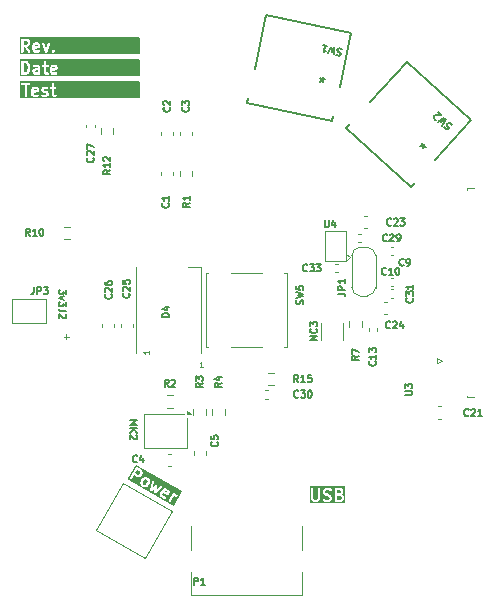
<source format=gbr>
%TF.GenerationSoftware,KiCad,Pcbnew,8.0.5*%
%TF.CreationDate,2025-01-09T20:15:46+01:00*%
%TF.ProjectId,test,74657374-2e6b-4696-9361-645f70636258,rev?*%
%TF.SameCoordinates,PX517370cPY341b1c8*%
%TF.FileFunction,Legend,Top*%
%TF.FilePolarity,Positive*%
%FSLAX46Y46*%
G04 Gerber Fmt 4.6, Leading zero omitted, Abs format (unit mm)*
G04 Created by KiCad (PCBNEW 8.0.5) date 2025-01-09 20:15:46*
%MOMM*%
%LPD*%
G01*
G04 APERTURE LIST*
%ADD10C,0.200000*%
%ADD11C,0.150000*%
%ADD12C,0.125000*%
%ADD13C,0.120000*%
%ADD14C,0.152400*%
%ADD15C,0.100000*%
G04 APERTURE END LIST*
D10*
G36*
X-17752006Y18687293D02*
G01*
X-17734556Y18652393D01*
X-18006041Y18598096D01*
X-18006041Y18642984D01*
X-17983886Y18687294D01*
X-17939577Y18709448D01*
X-17796315Y18709448D01*
X-17752006Y18687293D01*
G37*
G36*
X-15944470Y17931670D02*
G01*
X-19172374Y17931670D01*
X-19172374Y19162290D01*
X-19061263Y19162290D01*
X-19061263Y19123272D01*
X-19046331Y19087224D01*
X-19018741Y19059634D01*
X-18982693Y19044702D01*
X-18963184Y19042781D01*
X-18777470Y19042781D01*
X-18777470Y18142781D01*
X-18775549Y18123272D01*
X-18760617Y18087224D01*
X-18733027Y18059634D01*
X-18696979Y18044702D01*
X-18657961Y18044702D01*
X-18621913Y18059634D01*
X-18594323Y18087224D01*
X-18579391Y18123272D01*
X-18577470Y18142781D01*
X-18577470Y18666591D01*
X-18206041Y18666591D01*
X-18206041Y18285639D01*
X-18204120Y18266130D01*
X-18202745Y18262810D01*
X-18202490Y18259227D01*
X-18195484Y18240918D01*
X-18147865Y18145679D01*
X-18145812Y18142416D01*
X-18145298Y18140877D01*
X-18143636Y18138961D01*
X-18137422Y18129089D01*
X-18127951Y18120875D01*
X-18119734Y18111400D01*
X-18109864Y18105188D01*
X-18107946Y18103524D01*
X-18106406Y18103011D01*
X-18103143Y18100957D01*
X-18007906Y18053338D01*
X-17989597Y18046332D01*
X-17986014Y18046078D01*
X-17982693Y18044702D01*
X-17963184Y18042781D01*
X-17772708Y18042781D01*
X-17753199Y18044702D01*
X-17749879Y18046078D01*
X-17746295Y18046332D01*
X-17727987Y18053338D01*
X-17632749Y18100957D01*
X-17616159Y18111400D01*
X-17590594Y18140877D01*
X-17578256Y18177893D01*
X-17581021Y18216813D01*
X-17598470Y18251711D01*
X-17627947Y18277276D01*
X-17664963Y18289615D01*
X-17703883Y18286849D01*
X-17722192Y18279843D01*
X-17796315Y18242781D01*
X-17939577Y18242781D01*
X-17983887Y18264936D01*
X-18006041Y18309246D01*
X-18006041Y18394135D01*
X-17610345Y18473274D01*
X-17610342Y18473274D01*
X-17610340Y18473276D01*
X-17610240Y18473295D01*
X-17591486Y18479005D01*
X-17583346Y18484457D01*
X-17574294Y18488206D01*
X-17567293Y18495208D01*
X-17559067Y18500716D01*
X-17553633Y18508868D01*
X-17546704Y18515796D01*
X-17542914Y18524945D01*
X-17537423Y18533181D01*
X-17535522Y18542792D01*
X-17531772Y18551844D01*
X-17529851Y18571353D01*
X-17529851Y18666591D01*
X-17348898Y18666591D01*
X-17348898Y18618972D01*
X-17346977Y18599463D01*
X-17345602Y18596143D01*
X-17345347Y18592559D01*
X-17338341Y18574251D01*
X-17290722Y18479013D01*
X-17288669Y18475750D01*
X-17288155Y18474211D01*
X-17286493Y18472295D01*
X-17280279Y18462423D01*
X-17270809Y18454210D01*
X-17262591Y18444734D01*
X-17252718Y18438520D01*
X-17250802Y18436858D01*
X-17249264Y18436346D01*
X-17246000Y18434291D01*
X-17150763Y18386672D01*
X-17132454Y18379666D01*
X-17128871Y18379412D01*
X-17125550Y18378036D01*
X-17106041Y18376115D01*
X-16986791Y18376115D01*
X-16942482Y18353960D01*
X-16920327Y18309651D01*
X-16920327Y18309246D01*
X-16942482Y18264937D01*
X-16986791Y18242781D01*
X-17130053Y18242781D01*
X-17204177Y18279843D01*
X-17222485Y18286849D01*
X-17261405Y18289615D01*
X-17298421Y18277276D01*
X-17327898Y18251712D01*
X-17345347Y18216813D01*
X-17348113Y18177893D01*
X-17335774Y18140877D01*
X-17310210Y18111400D01*
X-17293619Y18100957D01*
X-17198382Y18053338D01*
X-17180073Y18046332D01*
X-17176490Y18046078D01*
X-17173169Y18044702D01*
X-17153660Y18042781D01*
X-16963184Y18042781D01*
X-16943675Y18044702D01*
X-16940355Y18046078D01*
X-16936771Y18046332D01*
X-16918463Y18053338D01*
X-16823225Y18100957D01*
X-16819963Y18103011D01*
X-16818423Y18103524D01*
X-16816507Y18105187D01*
X-16806635Y18111400D01*
X-16798420Y18120874D01*
X-16788946Y18129089D01*
X-16782733Y18138961D01*
X-16781070Y18140877D01*
X-16780558Y18142416D01*
X-16778503Y18145679D01*
X-16730884Y18240918D01*
X-16723878Y18259226D01*
X-16723624Y18262810D01*
X-16722248Y18266130D01*
X-16720327Y18285639D01*
X-16720327Y18333258D01*
X-16722248Y18352767D01*
X-16723624Y18356088D01*
X-16723878Y18359671D01*
X-16730884Y18377980D01*
X-16778503Y18473217D01*
X-16780558Y18476481D01*
X-16781070Y18478019D01*
X-16782732Y18479935D01*
X-16788946Y18489808D01*
X-16798422Y18498026D01*
X-16806635Y18507496D01*
X-16816507Y18513710D01*
X-16818423Y18515372D01*
X-16819962Y18515886D01*
X-16823225Y18517939D01*
X-16918463Y18565558D01*
X-16936771Y18572564D01*
X-16940355Y18572819D01*
X-16943675Y18574194D01*
X-16963184Y18576115D01*
X-17082434Y18576115D01*
X-17126743Y18598270D01*
X-17148898Y18642580D01*
X-17148898Y18642984D01*
X-17126743Y18687294D01*
X-17082434Y18709448D01*
X-16986791Y18709448D01*
X-16912668Y18672386D01*
X-16894359Y18665380D01*
X-16855439Y18662614D01*
X-16818423Y18674953D01*
X-16788946Y18700518D01*
X-16771497Y18735416D01*
X-16768732Y18774336D01*
X-16781070Y18811352D01*
X-16796339Y18828957D01*
X-16632691Y18828957D01*
X-16632691Y18789939D01*
X-16617759Y18753891D01*
X-16590169Y18726301D01*
X-16554121Y18711369D01*
X-16534612Y18709448D01*
X-16491755Y18709448D01*
X-16491755Y18285639D01*
X-16489834Y18266130D01*
X-16488459Y18262810D01*
X-16488204Y18259227D01*
X-16481198Y18240918D01*
X-16433579Y18145679D01*
X-16431526Y18142416D01*
X-16431012Y18140877D01*
X-16429350Y18138961D01*
X-16423136Y18129089D01*
X-16413665Y18120875D01*
X-16405448Y18111400D01*
X-16395578Y18105188D01*
X-16393660Y18103524D01*
X-16392120Y18103011D01*
X-16388857Y18100957D01*
X-16293620Y18053338D01*
X-16275311Y18046332D01*
X-16271728Y18046078D01*
X-16268407Y18044702D01*
X-16248898Y18042781D01*
X-16153660Y18042781D01*
X-16134151Y18044702D01*
X-16098103Y18059634D01*
X-16070513Y18087224D01*
X-16055581Y18123272D01*
X-16055581Y18162290D01*
X-16070513Y18198338D01*
X-16098103Y18225928D01*
X-16134151Y18240860D01*
X-16153660Y18242781D01*
X-16225291Y18242781D01*
X-16269601Y18264936D01*
X-16291755Y18309246D01*
X-16291755Y18709448D01*
X-16153660Y18709448D01*
X-16134151Y18711369D01*
X-16098103Y18726301D01*
X-16070513Y18753891D01*
X-16055581Y18789939D01*
X-16055581Y18828957D01*
X-16070513Y18865005D01*
X-16098103Y18892595D01*
X-16134151Y18907527D01*
X-16153660Y18909448D01*
X-16291755Y18909448D01*
X-16291755Y19142781D01*
X-16293676Y19162290D01*
X-16308608Y19198338D01*
X-16336198Y19225928D01*
X-16372246Y19240860D01*
X-16411264Y19240860D01*
X-16447312Y19225928D01*
X-16474902Y19198338D01*
X-16489834Y19162290D01*
X-16491755Y19142781D01*
X-16491755Y18909448D01*
X-16534612Y18909448D01*
X-16554121Y18907527D01*
X-16590169Y18892595D01*
X-16617759Y18865005D01*
X-16632691Y18828957D01*
X-16796339Y18828957D01*
X-16806635Y18840829D01*
X-16823225Y18851272D01*
X-16918463Y18898891D01*
X-16936771Y18905897D01*
X-16940355Y18906152D01*
X-16943675Y18907527D01*
X-16963184Y18909448D01*
X-17106041Y18909448D01*
X-17125550Y18907527D01*
X-17128871Y18906152D01*
X-17132454Y18905897D01*
X-17150763Y18898891D01*
X-17246000Y18851272D01*
X-17249264Y18849218D01*
X-17250802Y18848705D01*
X-17252718Y18847044D01*
X-17262591Y18840829D01*
X-17270809Y18831354D01*
X-17280279Y18823140D01*
X-17286493Y18813269D01*
X-17288155Y18811352D01*
X-17288669Y18809814D01*
X-17290722Y18806550D01*
X-17338341Y18711312D01*
X-17345347Y18693004D01*
X-17345602Y18689421D01*
X-17346977Y18686100D01*
X-17348898Y18666591D01*
X-17529851Y18666591D01*
X-17531772Y18686100D01*
X-17533148Y18689421D01*
X-17533402Y18693004D01*
X-17540408Y18711313D01*
X-17588027Y18806550D01*
X-17590082Y18809814D01*
X-17590594Y18811352D01*
X-17592256Y18813268D01*
X-17598470Y18823141D01*
X-17607946Y18831359D01*
X-17616159Y18840829D01*
X-17626031Y18847043D01*
X-17627947Y18848705D01*
X-17629486Y18849219D01*
X-17632749Y18851272D01*
X-17727987Y18898891D01*
X-17746295Y18905897D01*
X-17749879Y18906152D01*
X-17753199Y18907527D01*
X-17772708Y18909448D01*
X-17963184Y18909448D01*
X-17982693Y18907527D01*
X-17986014Y18906152D01*
X-17989597Y18905897D01*
X-18007906Y18898891D01*
X-18103143Y18851272D01*
X-18106407Y18849218D01*
X-18107945Y18848705D01*
X-18109861Y18847044D01*
X-18119734Y18840829D01*
X-18127952Y18831354D01*
X-18137422Y18823140D01*
X-18143636Y18813269D01*
X-18145298Y18811352D01*
X-18145812Y18809814D01*
X-18147865Y18806550D01*
X-18195484Y18711312D01*
X-18202490Y18693004D01*
X-18202745Y18689421D01*
X-18204120Y18686100D01*
X-18206041Y18666591D01*
X-18577470Y18666591D01*
X-18577470Y19042781D01*
X-18391756Y19042781D01*
X-18372247Y19044702D01*
X-18336199Y19059634D01*
X-18308609Y19087224D01*
X-18293677Y19123272D01*
X-18293677Y19162290D01*
X-18308609Y19198338D01*
X-18336199Y19225928D01*
X-18372247Y19240860D01*
X-18391756Y19242781D01*
X-18963184Y19242781D01*
X-18982693Y19240860D01*
X-19018741Y19225928D01*
X-19046331Y19198338D01*
X-19061263Y19162290D01*
X-19172374Y19162290D01*
X-19172374Y19353892D01*
X-15944470Y19353892D01*
X-15944470Y17931670D01*
G37*
D11*
X-15930000Y19270000D02*
X-9050000Y19270000D01*
X-9050000Y18000000D01*
X-15930000Y18000000D01*
X-15930000Y19270000D01*
G36*
X-15930000Y19270000D02*
G01*
X-9050000Y19270000D01*
X-9050000Y18000000D01*
X-15930000Y18000000D01*
X-15930000Y19270000D01*
G37*
D10*
G36*
X-18633395Y20877760D02*
G01*
X-18566322Y20810687D01*
X-18530870Y20739782D01*
X-18488899Y20571901D01*
X-18488899Y20453663D01*
X-18530870Y20285782D01*
X-18566323Y20214876D01*
X-18633394Y20147803D01*
X-18738459Y20112781D01*
X-18860327Y20112781D01*
X-18860327Y20912781D01*
X-18738459Y20912781D01*
X-18633395Y20877760D01*
G37*
G36*
X-17631756Y20122204D02*
G01*
X-17650601Y20112781D01*
X-17841482Y20112781D01*
X-17885792Y20134936D01*
X-17907946Y20179246D01*
X-17907946Y20227270D01*
X-17885791Y20271580D01*
X-17841482Y20293734D01*
X-17631756Y20293734D01*
X-17631756Y20122204D01*
G37*
G36*
X-16177720Y20557293D02*
G01*
X-16160270Y20522393D01*
X-16431755Y20468096D01*
X-16431755Y20512984D01*
X-16409600Y20557294D01*
X-16365291Y20579448D01*
X-16222029Y20579448D01*
X-16177720Y20557293D01*
G37*
G36*
X-15844454Y19801670D02*
G01*
X-19171438Y19801670D01*
X-19171438Y21012781D01*
X-19060327Y21012781D01*
X-19060327Y20012781D01*
X-19058406Y19993272D01*
X-19043474Y19957224D01*
X-19015884Y19929634D01*
X-18979836Y19914702D01*
X-18960327Y19912781D01*
X-18722232Y19912781D01*
X-18712359Y19913754D01*
X-18709725Y19913566D01*
X-18706262Y19914354D01*
X-18702723Y19914702D01*
X-18700281Y19915714D01*
X-18690609Y19917913D01*
X-18547753Y19965532D01*
X-18529852Y19973523D01*
X-18527137Y19975878D01*
X-18523817Y19977253D01*
X-18508664Y19989690D01*
X-18413426Y20084929D01*
X-18407134Y20092596D01*
X-18405137Y20094327D01*
X-18403244Y20097335D01*
X-18400989Y20100082D01*
X-18399978Y20102524D01*
X-18394694Y20110918D01*
X-18347075Y20206155D01*
X-18346529Y20207584D01*
X-18346099Y20208163D01*
X-18343178Y20216340D01*
X-18340069Y20224464D01*
X-18340018Y20225185D01*
X-18339504Y20226623D01*
X-18333440Y20250877D01*
X-18107946Y20250877D01*
X-18107946Y20155639D01*
X-18106025Y20136130D01*
X-18104650Y20132810D01*
X-18104395Y20129227D01*
X-18097389Y20110918D01*
X-18049770Y20015679D01*
X-18047717Y20012416D01*
X-18047203Y20010877D01*
X-18045541Y20008961D01*
X-18039327Y19999089D01*
X-18029856Y19990875D01*
X-18021639Y19981400D01*
X-18011769Y19975188D01*
X-18009851Y19973524D01*
X-18008311Y19973011D01*
X-18005048Y19970957D01*
X-17909811Y19923338D01*
X-17891502Y19916332D01*
X-17887919Y19916078D01*
X-17884598Y19914702D01*
X-17865089Y19912781D01*
X-17626994Y19912781D01*
X-17607485Y19914702D01*
X-17604165Y19916078D01*
X-17600581Y19916332D01*
X-17582273Y19923338D01*
X-17577670Y19925640D01*
X-17551265Y19914702D01*
X-17512247Y19914702D01*
X-17476199Y19929634D01*
X-17448609Y19957224D01*
X-17433677Y19993272D01*
X-17431756Y20012781D01*
X-17431756Y20536591D01*
X-17433677Y20556100D01*
X-17435053Y20559421D01*
X-17435307Y20563004D01*
X-17442313Y20581313D01*
X-17489932Y20676550D01*
X-17491987Y20679814D01*
X-17492499Y20681352D01*
X-17494161Y20683268D01*
X-17500375Y20693141D01*
X-17507081Y20698957D01*
X-17296501Y20698957D01*
X-17296501Y20659939D01*
X-17281569Y20623891D01*
X-17253979Y20596301D01*
X-17217931Y20581369D01*
X-17198422Y20579448D01*
X-17155565Y20579448D01*
X-17155565Y20155639D01*
X-17153644Y20136130D01*
X-17152269Y20132810D01*
X-17152014Y20129227D01*
X-17145008Y20110918D01*
X-17097389Y20015679D01*
X-17095336Y20012416D01*
X-17094822Y20010877D01*
X-17093160Y20008961D01*
X-17086946Y19999089D01*
X-17077475Y19990875D01*
X-17069258Y19981400D01*
X-17059388Y19975188D01*
X-17057470Y19973524D01*
X-17055930Y19973011D01*
X-17052667Y19970957D01*
X-16957430Y19923338D01*
X-16939121Y19916332D01*
X-16935538Y19916078D01*
X-16932217Y19914702D01*
X-16912708Y19912781D01*
X-16817470Y19912781D01*
X-16797961Y19914702D01*
X-16761913Y19929634D01*
X-16734323Y19957224D01*
X-16719391Y19993272D01*
X-16719391Y20032290D01*
X-16734323Y20068338D01*
X-16761913Y20095928D01*
X-16797961Y20110860D01*
X-16817470Y20112781D01*
X-16889101Y20112781D01*
X-16933411Y20134936D01*
X-16955565Y20179246D01*
X-16955565Y20536591D01*
X-16631755Y20536591D01*
X-16631755Y20155639D01*
X-16629834Y20136130D01*
X-16628459Y20132810D01*
X-16628204Y20129227D01*
X-16621198Y20110918D01*
X-16573579Y20015679D01*
X-16571526Y20012416D01*
X-16571012Y20010877D01*
X-16569350Y20008961D01*
X-16563136Y19999089D01*
X-16553665Y19990875D01*
X-16545448Y19981400D01*
X-16535578Y19975188D01*
X-16533660Y19973524D01*
X-16532120Y19973011D01*
X-16528857Y19970957D01*
X-16433620Y19923338D01*
X-16415311Y19916332D01*
X-16411728Y19916078D01*
X-16408407Y19914702D01*
X-16388898Y19912781D01*
X-16198422Y19912781D01*
X-16178913Y19914702D01*
X-16175593Y19916078D01*
X-16172009Y19916332D01*
X-16153701Y19923338D01*
X-16058463Y19970957D01*
X-16041873Y19981400D01*
X-16016308Y20010877D01*
X-16003970Y20047893D01*
X-16006735Y20086813D01*
X-16024184Y20121711D01*
X-16053661Y20147276D01*
X-16090677Y20159615D01*
X-16129597Y20156849D01*
X-16147906Y20149843D01*
X-16222029Y20112781D01*
X-16365291Y20112781D01*
X-16409601Y20134936D01*
X-16431755Y20179246D01*
X-16431755Y20264135D01*
X-16036059Y20343274D01*
X-16036056Y20343274D01*
X-16036054Y20343276D01*
X-16035954Y20343295D01*
X-16017200Y20349005D01*
X-16009060Y20354457D01*
X-16000008Y20358206D01*
X-15993007Y20365208D01*
X-15984781Y20370716D01*
X-15979347Y20378868D01*
X-15972418Y20385796D01*
X-15968629Y20394944D01*
X-15963137Y20403181D01*
X-15961236Y20412792D01*
X-15957486Y20421844D01*
X-15955565Y20441353D01*
X-15955565Y20536591D01*
X-15957486Y20556100D01*
X-15958862Y20559421D01*
X-15959116Y20563004D01*
X-15966122Y20581313D01*
X-16013741Y20676550D01*
X-16015796Y20679814D01*
X-16016308Y20681352D01*
X-16017970Y20683268D01*
X-16024184Y20693141D01*
X-16033660Y20701359D01*
X-16041873Y20710829D01*
X-16051745Y20717043D01*
X-16053661Y20718705D01*
X-16055200Y20719219D01*
X-16058463Y20721272D01*
X-16153701Y20768891D01*
X-16172009Y20775897D01*
X-16175593Y20776152D01*
X-16178913Y20777527D01*
X-16198422Y20779448D01*
X-16388898Y20779448D01*
X-16408407Y20777527D01*
X-16411728Y20776152D01*
X-16415311Y20775897D01*
X-16433620Y20768891D01*
X-16528857Y20721272D01*
X-16532121Y20719218D01*
X-16533659Y20718705D01*
X-16535575Y20717044D01*
X-16545448Y20710829D01*
X-16553666Y20701354D01*
X-16563136Y20693140D01*
X-16569350Y20683269D01*
X-16571012Y20681352D01*
X-16571526Y20679814D01*
X-16573579Y20676550D01*
X-16621198Y20581312D01*
X-16628204Y20563004D01*
X-16628459Y20559421D01*
X-16629834Y20556100D01*
X-16631755Y20536591D01*
X-16955565Y20536591D01*
X-16955565Y20579448D01*
X-16817470Y20579448D01*
X-16797961Y20581369D01*
X-16761913Y20596301D01*
X-16734323Y20623891D01*
X-16719391Y20659939D01*
X-16719391Y20698957D01*
X-16734323Y20735005D01*
X-16761913Y20762595D01*
X-16797961Y20777527D01*
X-16817470Y20779448D01*
X-16955565Y20779448D01*
X-16955565Y21012781D01*
X-16957486Y21032290D01*
X-16972418Y21068338D01*
X-17000008Y21095928D01*
X-17036056Y21110860D01*
X-17075074Y21110860D01*
X-17111122Y21095928D01*
X-17138712Y21068338D01*
X-17153644Y21032290D01*
X-17155565Y21012781D01*
X-17155565Y20779448D01*
X-17198422Y20779448D01*
X-17217931Y20777527D01*
X-17253979Y20762595D01*
X-17281569Y20735005D01*
X-17296501Y20698957D01*
X-17507081Y20698957D01*
X-17509851Y20701359D01*
X-17518064Y20710829D01*
X-17527936Y20717043D01*
X-17529852Y20718705D01*
X-17531391Y20719219D01*
X-17534654Y20721272D01*
X-17629892Y20768891D01*
X-17648200Y20775897D01*
X-17651784Y20776152D01*
X-17655104Y20777527D01*
X-17674613Y20779448D01*
X-17865089Y20779448D01*
X-17884598Y20777527D01*
X-17887919Y20776152D01*
X-17891502Y20775897D01*
X-17909811Y20768891D01*
X-18005048Y20721272D01*
X-18021639Y20710829D01*
X-18047203Y20681352D01*
X-18059542Y20644336D01*
X-18056776Y20605416D01*
X-18039327Y20570517D01*
X-18009850Y20544953D01*
X-17972834Y20532614D01*
X-17933914Y20535380D01*
X-17915606Y20542386D01*
X-17841482Y20579448D01*
X-17698220Y20579448D01*
X-17653911Y20557293D01*
X-17631756Y20512984D01*
X-17631756Y20503157D01*
X-17650601Y20493734D01*
X-17865089Y20493734D01*
X-17884598Y20491813D01*
X-17887919Y20490438D01*
X-17891502Y20490183D01*
X-17909811Y20483177D01*
X-18005048Y20435558D01*
X-18008312Y20433504D01*
X-18009850Y20432991D01*
X-18011766Y20431330D01*
X-18021639Y20425115D01*
X-18029857Y20415640D01*
X-18039327Y20407426D01*
X-18045541Y20397555D01*
X-18047203Y20395638D01*
X-18047717Y20394100D01*
X-18049770Y20390836D01*
X-18097389Y20295598D01*
X-18104395Y20277290D01*
X-18104650Y20273707D01*
X-18106025Y20270386D01*
X-18107946Y20250877D01*
X-18333440Y20250877D01*
X-18291885Y20417099D01*
X-18291385Y20420481D01*
X-18290820Y20421844D01*
X-18290097Y20429195D01*
X-18289017Y20436492D01*
X-18289235Y20437951D01*
X-18288899Y20441353D01*
X-18288899Y20584210D01*
X-18289235Y20587613D01*
X-18289017Y20589071D01*
X-18290097Y20596369D01*
X-18290820Y20603719D01*
X-18291385Y20605083D01*
X-18291885Y20608464D01*
X-18339504Y20798940D01*
X-18340018Y20800379D01*
X-18340069Y20801099D01*
X-18343178Y20809224D01*
X-18346099Y20817400D01*
X-18346529Y20817980D01*
X-18347075Y20819408D01*
X-18394694Y20914645D01*
X-18399981Y20923044D01*
X-18400990Y20925481D01*
X-18403242Y20928225D01*
X-18405137Y20931236D01*
X-18407135Y20932969D01*
X-18413426Y20940635D01*
X-18508664Y21035873D01*
X-18523818Y21048309D01*
X-18527137Y21049684D01*
X-18529852Y21052039D01*
X-18547753Y21060030D01*
X-18690609Y21107649D01*
X-18700281Y21109849D01*
X-18702723Y21110860D01*
X-18706262Y21111209D01*
X-18709725Y21111996D01*
X-18712359Y21111809D01*
X-18722232Y21112781D01*
X-18960327Y21112781D01*
X-18979836Y21110860D01*
X-19015884Y21095928D01*
X-19043474Y21068338D01*
X-19058406Y21032290D01*
X-19060327Y21012781D01*
X-19171438Y21012781D01*
X-19171438Y21223892D01*
X-15844454Y21223892D01*
X-15844454Y19801670D01*
G37*
D11*
X-15830000Y21140000D02*
X-9050000Y21140000D01*
X-9050000Y19870000D01*
X-15830000Y19870000D01*
X-15830000Y21140000D01*
G36*
X-15830000Y21140000D02*
G01*
X-9050000Y21140000D01*
X-9050000Y19870000D01*
X-15830000Y19870000D01*
X-15830000Y21140000D01*
G37*
D10*
G36*
X8011844Y-15758430D02*
G01*
X8031296Y-15777882D01*
X8061101Y-15837492D01*
X8061101Y-15933135D01*
X8031296Y-15992743D01*
X8006627Y-16017413D01*
X7947018Y-16047219D01*
X7689673Y-16047219D01*
X7689673Y-15723409D01*
X7906779Y-15723409D01*
X8011844Y-15758430D01*
G37*
G36*
X7959008Y-15277024D02*
G01*
X7983677Y-15301692D01*
X8013482Y-15361302D01*
X8013482Y-15409326D01*
X7983677Y-15468935D01*
X7959008Y-15493603D01*
X7899399Y-15523409D01*
X7689673Y-15523409D01*
X7689673Y-15247219D01*
X7899399Y-15247219D01*
X7959008Y-15277024D01*
G37*
G36*
X8372212Y-16358330D02*
G01*
X5378562Y-16358330D01*
X5378562Y-15147219D01*
X5489673Y-15147219D01*
X5489673Y-15956742D01*
X5491594Y-15976251D01*
X5492969Y-15979571D01*
X5493224Y-15983155D01*
X5500230Y-16001463D01*
X5547849Y-16096701D01*
X5553132Y-16105093D01*
X5554144Y-16107537D01*
X5556400Y-16110286D01*
X5558292Y-16113291D01*
X5560286Y-16115020D01*
X5566581Y-16122690D01*
X5614199Y-16170310D01*
X5621867Y-16176603D01*
X5623599Y-16178600D01*
X5626607Y-16180493D01*
X5629353Y-16182747D01*
X5631793Y-16183757D01*
X5640190Y-16189043D01*
X5735427Y-16236662D01*
X5753736Y-16243668D01*
X5757319Y-16243922D01*
X5760640Y-16245298D01*
X5780149Y-16247219D01*
X5970625Y-16247219D01*
X5990134Y-16245298D01*
X5993454Y-16243922D01*
X5997038Y-16243668D01*
X6015346Y-16236662D01*
X6110584Y-16189043D01*
X6118979Y-16183758D01*
X6121421Y-16182747D01*
X6124168Y-16180491D01*
X6127174Y-16178600D01*
X6128904Y-16176605D01*
X6136574Y-16170310D01*
X6184193Y-16122690D01*
X6190485Y-16115023D01*
X6192482Y-16113292D01*
X6194375Y-16110284D01*
X6196630Y-16107537D01*
X6197641Y-16105095D01*
X6202925Y-16096701D01*
X6250544Y-16001464D01*
X6257550Y-15983155D01*
X6257804Y-15979571D01*
X6259180Y-15976251D01*
X6261101Y-15956742D01*
X6261101Y-15337695D01*
X6489673Y-15337695D01*
X6489673Y-15432933D01*
X6491594Y-15452442D01*
X6492969Y-15455762D01*
X6493224Y-15459346D01*
X6500230Y-15477654D01*
X6547849Y-15572892D01*
X6553134Y-15581288D01*
X6554145Y-15583728D01*
X6556398Y-15586474D01*
X6558292Y-15589482D01*
X6560286Y-15591211D01*
X6566581Y-15598882D01*
X6614200Y-15646500D01*
X6621866Y-15652792D01*
X6623599Y-15654790D01*
X6626607Y-15656683D01*
X6629353Y-15658937D01*
X6631793Y-15659947D01*
X6640190Y-15665233D01*
X6735427Y-15712852D01*
X6736855Y-15713398D01*
X6737435Y-15713828D01*
X6745611Y-15716749D01*
X6753736Y-15719858D01*
X6754456Y-15719909D01*
X6755895Y-15720423D01*
X6935720Y-15765379D01*
X7006627Y-15800833D01*
X7031296Y-15825501D01*
X7061101Y-15885111D01*
X7061101Y-15933135D01*
X7031296Y-15992743D01*
X7006627Y-16017413D01*
X6947018Y-16047219D01*
X6748756Y-16047219D01*
X6621296Y-16004732D01*
X6602180Y-16000385D01*
X6563260Y-16003151D01*
X6528361Y-16020601D01*
X6502796Y-16050077D01*
X6490458Y-16087093D01*
X6493224Y-16126013D01*
X6510674Y-16160912D01*
X6540150Y-16186477D01*
X6558050Y-16194468D01*
X6700907Y-16242087D01*
X6710579Y-16244286D01*
X6713021Y-16245298D01*
X6716558Y-16245646D01*
X6720022Y-16246434D01*
X6722656Y-16246246D01*
X6732530Y-16247219D01*
X6970625Y-16247219D01*
X6990134Y-16245298D01*
X6993454Y-16243922D01*
X6997038Y-16243668D01*
X7015346Y-16236662D01*
X7110584Y-16189043D01*
X7118979Y-16183758D01*
X7121421Y-16182747D01*
X7124168Y-16180491D01*
X7127174Y-16178600D01*
X7128904Y-16176605D01*
X7136574Y-16170310D01*
X7184193Y-16122690D01*
X7190485Y-16115023D01*
X7192482Y-16113292D01*
X7194375Y-16110284D01*
X7196630Y-16107537D01*
X7197641Y-16105095D01*
X7202925Y-16096701D01*
X7250544Y-16001464D01*
X7257550Y-15983155D01*
X7257804Y-15979571D01*
X7259180Y-15976251D01*
X7261101Y-15956742D01*
X7261101Y-15861504D01*
X7259180Y-15841995D01*
X7257804Y-15838674D01*
X7257550Y-15835091D01*
X7250544Y-15816782D01*
X7202925Y-15721545D01*
X7197639Y-15713148D01*
X7196629Y-15710708D01*
X7194375Y-15707962D01*
X7192482Y-15704954D01*
X7190484Y-15703221D01*
X7184192Y-15695555D01*
X7136574Y-15647936D01*
X7128903Y-15641641D01*
X7127174Y-15639647D01*
X7124166Y-15637753D01*
X7121420Y-15635500D01*
X7118980Y-15634489D01*
X7110584Y-15629204D01*
X7015346Y-15581585D01*
X7013919Y-15581039D01*
X7013339Y-15580609D01*
X7005162Y-15577687D01*
X6997038Y-15574579D01*
X6996315Y-15574527D01*
X6994878Y-15574014D01*
X6815053Y-15529057D01*
X6744146Y-15493604D01*
X6719478Y-15468935D01*
X6689673Y-15409325D01*
X6689673Y-15361302D01*
X6719478Y-15301692D01*
X6744146Y-15277023D01*
X6803756Y-15247219D01*
X7002017Y-15247219D01*
X7129478Y-15289706D01*
X7148593Y-15294053D01*
X7187513Y-15291287D01*
X7222412Y-15273837D01*
X7247977Y-15244361D01*
X7260316Y-15207345D01*
X7257549Y-15168425D01*
X7246946Y-15147219D01*
X7489673Y-15147219D01*
X7489673Y-16147219D01*
X7491594Y-16166728D01*
X7506526Y-16202776D01*
X7534116Y-16230366D01*
X7570164Y-16245298D01*
X7589673Y-16247219D01*
X7970625Y-16247219D01*
X7990134Y-16245298D01*
X7993454Y-16243922D01*
X7997038Y-16243668D01*
X8015346Y-16236662D01*
X8110584Y-16189043D01*
X8118979Y-16183758D01*
X8121421Y-16182747D01*
X8124168Y-16180491D01*
X8127174Y-16178600D01*
X8128904Y-16176605D01*
X8136574Y-16170310D01*
X8184193Y-16122690D01*
X8190485Y-16115023D01*
X8192482Y-16113292D01*
X8194375Y-16110284D01*
X8196630Y-16107537D01*
X8197641Y-16105095D01*
X8202925Y-16096701D01*
X8250544Y-16001464D01*
X8257550Y-15983155D01*
X8257804Y-15979571D01*
X8259180Y-15976251D01*
X8261101Y-15956742D01*
X8261101Y-15813885D01*
X8259180Y-15794376D01*
X8257804Y-15791055D01*
X8257550Y-15787472D01*
X8250544Y-15769163D01*
X8202925Y-15673926D01*
X8197639Y-15665529D01*
X8196629Y-15663089D01*
X8194375Y-15660343D01*
X8192482Y-15657335D01*
X8190484Y-15655602D01*
X8184192Y-15647936D01*
X8136574Y-15600317D01*
X8135785Y-15599669D01*
X8136573Y-15598882D01*
X8142865Y-15591215D01*
X8144863Y-15589483D01*
X8146756Y-15586474D01*
X8149010Y-15583729D01*
X8150020Y-15581288D01*
X8155306Y-15572892D01*
X8202925Y-15477655D01*
X8209931Y-15459346D01*
X8210185Y-15455762D01*
X8211561Y-15452442D01*
X8213482Y-15432933D01*
X8213482Y-15337695D01*
X8211561Y-15318186D01*
X8210185Y-15314865D01*
X8209931Y-15311282D01*
X8202925Y-15292973D01*
X8155306Y-15197736D01*
X8150020Y-15189339D01*
X8149010Y-15186899D01*
X8146756Y-15184153D01*
X8144863Y-15181145D01*
X8142865Y-15179412D01*
X8136573Y-15171746D01*
X8088955Y-15124127D01*
X8081284Y-15117832D01*
X8079555Y-15115838D01*
X8076547Y-15113944D01*
X8073801Y-15111691D01*
X8071361Y-15110680D01*
X8062965Y-15105395D01*
X7967727Y-15057776D01*
X7949419Y-15050770D01*
X7945835Y-15050515D01*
X7942515Y-15049140D01*
X7923006Y-15047219D01*
X7589673Y-15047219D01*
X7570164Y-15049140D01*
X7534116Y-15064072D01*
X7506526Y-15091662D01*
X7491594Y-15127710D01*
X7489673Y-15147219D01*
X7246946Y-15147219D01*
X7240100Y-15133526D01*
X7210624Y-15107961D01*
X7192723Y-15099970D01*
X7049867Y-15052351D01*
X7040195Y-15050151D01*
X7037753Y-15049140D01*
X7034214Y-15048791D01*
X7030751Y-15048004D01*
X7028117Y-15048191D01*
X7018244Y-15047219D01*
X6780149Y-15047219D01*
X6760640Y-15049140D01*
X6757319Y-15050515D01*
X6753736Y-15050770D01*
X6735427Y-15057776D01*
X6640190Y-15105395D01*
X6631793Y-15110680D01*
X6629353Y-15111691D01*
X6626607Y-15113944D01*
X6623599Y-15115838D01*
X6621866Y-15117835D01*
X6614200Y-15124128D01*
X6566581Y-15171746D01*
X6560286Y-15179416D01*
X6558292Y-15181146D01*
X6556398Y-15184153D01*
X6554145Y-15186900D01*
X6553134Y-15189339D01*
X6547849Y-15197736D01*
X6500230Y-15292974D01*
X6493224Y-15311282D01*
X6492969Y-15314865D01*
X6491594Y-15318186D01*
X6489673Y-15337695D01*
X6261101Y-15337695D01*
X6261101Y-15147219D01*
X6259180Y-15127710D01*
X6244248Y-15091662D01*
X6216658Y-15064072D01*
X6180610Y-15049140D01*
X6141592Y-15049140D01*
X6105544Y-15064072D01*
X6077954Y-15091662D01*
X6063022Y-15127710D01*
X6061101Y-15147219D01*
X6061101Y-15933135D01*
X6031296Y-15992743D01*
X6006627Y-16017413D01*
X5947018Y-16047219D01*
X5803756Y-16047219D01*
X5744146Y-16017414D01*
X5719479Y-15992746D01*
X5689673Y-15933134D01*
X5689673Y-15147219D01*
X5687752Y-15127710D01*
X5672820Y-15091662D01*
X5645230Y-15064072D01*
X5609182Y-15049140D01*
X5570164Y-15049140D01*
X5534116Y-15064072D01*
X5506526Y-15091662D01*
X5491594Y-15127710D01*
X5489673Y-15147219D01*
X5378562Y-15147219D01*
X5378562Y-14936108D01*
X8372212Y-14936108D01*
X8372212Y-16358330D01*
G37*
G36*
X-6840373Y-15294709D02*
G01*
X-6716301Y-15366342D01*
X-6689006Y-15407682D01*
X-6691344Y-15446632D01*
X-6953606Y-15357911D01*
X-6931161Y-15319036D01*
X-6889821Y-15291741D01*
X-6840373Y-15294709D01*
G37*
G36*
X-8489945Y-14342328D02*
G01*
X-8407113Y-14390151D01*
X-8370393Y-14445767D01*
X-8361363Y-14479465D01*
X-8365356Y-14545989D01*
X-8484606Y-14752537D01*
X-8540223Y-14789259D01*
X-8573923Y-14798288D01*
X-8640445Y-14794296D01*
X-8723276Y-14746474D01*
X-8759996Y-14690859D01*
X-8769027Y-14657156D01*
X-8765034Y-14590635D01*
X-8645784Y-14384086D01*
X-8590169Y-14347365D01*
X-8556468Y-14338335D01*
X-8489945Y-14342328D01*
G37*
G36*
X-9023993Y-13649095D02*
G01*
X-8987273Y-13704711D01*
X-8978243Y-13738409D01*
X-8982236Y-13804933D01*
X-9030059Y-13887764D01*
X-9085675Y-13924485D01*
X-9119375Y-13933514D01*
X-9185897Y-13929522D01*
X-9408766Y-13800848D01*
X-9246862Y-13520421D01*
X-9023993Y-13649095D01*
G37*
G36*
X-5450164Y-15353206D02*
G01*
X-6161275Y-16584886D01*
X-6895214Y-16161146D01*
X-6584105Y-16161146D01*
X-6574006Y-16198835D01*
X-6550254Y-16229790D01*
X-6516463Y-16249299D01*
X-6477779Y-16254392D01*
X-6440090Y-16244293D01*
X-6409135Y-16220541D01*
X-6397716Y-16204606D01*
X-6171426Y-15812657D01*
X-6115810Y-15775937D01*
X-6082108Y-15766907D01*
X-6015584Y-15770899D01*
X-5953550Y-15806716D01*
X-5935694Y-15814807D01*
X-5897010Y-15819899D01*
X-5859321Y-15809801D01*
X-5828365Y-15786048D01*
X-5808856Y-15752258D01*
X-5803764Y-15713573D01*
X-5813862Y-15675885D01*
X-5837615Y-15644929D01*
X-5853549Y-15633511D01*
X-5936028Y-15585892D01*
X-5953884Y-15577801D01*
X-5957447Y-15577331D01*
X-5960679Y-15575760D01*
X-5980037Y-15572674D01*
X-6051830Y-15568365D01*
X-6061299Y-15533027D01*
X-6085051Y-15502072D01*
X-6118842Y-15482563D01*
X-6157526Y-15477470D01*
X-6195215Y-15487569D01*
X-6226171Y-15511321D01*
X-6237589Y-15527256D01*
X-6570922Y-16104606D01*
X-6579012Y-16122462D01*
X-6584105Y-16161146D01*
X-6895214Y-16161146D01*
X-7721229Y-15684246D01*
X-7302816Y-15684246D01*
X-7302334Y-15686741D01*
X-7301889Y-15698393D01*
X-7297793Y-15710244D01*
X-7295414Y-15722556D01*
X-7289972Y-15732873D01*
X-7289143Y-15735271D01*
X-7288067Y-15736484D01*
X-7286268Y-15739895D01*
X-7227599Y-15828753D01*
X-7215247Y-15843975D01*
X-7212270Y-15845987D01*
X-7210083Y-15848838D01*
X-7194148Y-15860257D01*
X-7029191Y-15955495D01*
X-7011335Y-15963585D01*
X-7007775Y-15964053D01*
X-7004542Y-15965626D01*
X-6985183Y-15968712D01*
X-6878895Y-15975092D01*
X-6859306Y-15974344D01*
X-6822428Y-15961598D01*
X-6793235Y-15935711D01*
X-6776169Y-15900623D01*
X-6773832Y-15861675D01*
X-6786577Y-15824797D01*
X-6812464Y-15795603D01*
X-6847553Y-15778538D01*
X-6866912Y-15775452D01*
X-6949634Y-15770486D01*
X-7073705Y-15698853D01*
X-7101000Y-15657513D01*
X-7098032Y-15608065D01*
X-7055587Y-15534547D01*
X-6673232Y-15663894D01*
X-6654136Y-15668326D01*
X-6644357Y-15667674D01*
X-6634646Y-15668953D01*
X-6625086Y-15666391D01*
X-6615204Y-15665733D01*
X-6606419Y-15661389D01*
X-6596958Y-15658854D01*
X-6589105Y-15652827D01*
X-6580228Y-15648439D01*
X-6573777Y-15641067D01*
X-6566002Y-15635102D01*
X-6554584Y-15619167D01*
X-6506966Y-15536688D01*
X-6498875Y-15518832D01*
X-6498407Y-15515271D01*
X-6496834Y-15512039D01*
X-6493748Y-15492680D01*
X-6487368Y-15386392D01*
X-6487516Y-15382538D01*
X-6487190Y-15380950D01*
X-6487671Y-15378461D01*
X-6488116Y-15366803D01*
X-6492214Y-15354948D01*
X-6494591Y-15342640D01*
X-6500034Y-15332322D01*
X-6500862Y-15329925D01*
X-6501938Y-15328711D01*
X-6503737Y-15325301D01*
X-6562406Y-15236443D01*
X-6574758Y-15221221D01*
X-6577736Y-15219208D01*
X-6579922Y-15216358D01*
X-6595857Y-15204939D01*
X-6760815Y-15109701D01*
X-6778671Y-15101611D01*
X-6782233Y-15101142D01*
X-6785465Y-15099570D01*
X-6804824Y-15096484D01*
X-6911111Y-15090104D01*
X-6914965Y-15090251D01*
X-6916553Y-15089926D01*
X-6919042Y-15090406D01*
X-6930700Y-15090852D01*
X-6942555Y-15094949D01*
X-6954863Y-15097327D01*
X-6965181Y-15102769D01*
X-6967578Y-15103598D01*
X-6968792Y-15104674D01*
X-6972202Y-15106473D01*
X-7061060Y-15165142D01*
X-7076282Y-15177494D01*
X-7078295Y-15180471D01*
X-7081145Y-15182658D01*
X-7092563Y-15198593D01*
X-7187852Y-15363637D01*
X-7187854Y-15363640D01*
X-7187856Y-15363643D01*
X-7283040Y-15528508D01*
X-7291130Y-15546364D01*
X-7291599Y-15549925D01*
X-7293171Y-15553158D01*
X-7296257Y-15572517D01*
X-7302637Y-15678804D01*
X-7302491Y-15682653D01*
X-7302816Y-15684246D01*
X-7721229Y-15684246D01*
X-8482110Y-15244951D01*
X-8151294Y-15244951D01*
X-8150357Y-15251265D01*
X-8151112Y-15257600D01*
X-8147516Y-15270396D01*
X-8145563Y-15283546D01*
X-8142282Y-15289018D01*
X-8140555Y-15295163D01*
X-8132333Y-15305612D01*
X-8125499Y-15317010D01*
X-8120375Y-15320809D01*
X-8116427Y-15325826D01*
X-8104834Y-15332332D01*
X-8094156Y-15340249D01*
X-8087965Y-15341798D01*
X-8082400Y-15344922D01*
X-8069204Y-15346495D01*
X-8056306Y-15349725D01*
X-8049992Y-15348787D01*
X-8043657Y-15349543D01*
X-8030861Y-15345946D01*
X-8017711Y-15343994D01*
X-8012239Y-15340712D01*
X-8006094Y-15338986D01*
X-7989574Y-15328431D01*
X-7782990Y-15165873D01*
X-7820476Y-15426061D01*
X-7821357Y-15445644D01*
X-7819780Y-15451830D01*
X-7819885Y-15458209D01*
X-7815003Y-15470571D01*
X-7811718Y-15483453D01*
X-7807897Y-15488561D01*
X-7805551Y-15494499D01*
X-7796305Y-15504055D01*
X-7788344Y-15514696D01*
X-7782858Y-15517953D01*
X-7778420Y-15522540D01*
X-7766228Y-15527827D01*
X-7754794Y-15534616D01*
X-7748475Y-15535526D01*
X-7742623Y-15538064D01*
X-7729340Y-15538283D01*
X-7716175Y-15540180D01*
X-7709989Y-15538602D01*
X-7703610Y-15538708D01*
X-7691248Y-15533825D01*
X-7678366Y-15530541D01*
X-7673258Y-15526719D01*
X-7667320Y-15524374D01*
X-7651964Y-15512189D01*
X-7153674Y-15030077D01*
X-7140989Y-15015131D01*
X-7125465Y-14979334D01*
X-7124821Y-14940321D01*
X-7139156Y-14904031D01*
X-7166287Y-14875990D01*
X-7202084Y-14860466D01*
X-7241096Y-14859822D01*
X-7277386Y-14874157D01*
X-7292743Y-14886341D01*
X-7580806Y-15165051D01*
X-7549382Y-14946950D01*
X-7548501Y-14927367D01*
X-7548808Y-14926163D01*
X-7548661Y-14924934D01*
X-7553616Y-14907305D01*
X-7558140Y-14889558D01*
X-7558883Y-14888566D01*
X-7559218Y-14887371D01*
X-7570563Y-14872953D01*
X-7581514Y-14858315D01*
X-7582578Y-14857683D01*
X-7583346Y-14856707D01*
X-7599329Y-14847737D01*
X-7615064Y-14838395D01*
X-7616293Y-14838218D01*
X-7617372Y-14837612D01*
X-7635534Y-14835445D01*
X-7653683Y-14832831D01*
X-7654887Y-14833137D01*
X-7656116Y-14832991D01*
X-7673745Y-14837945D01*
X-7691492Y-14842470D01*
X-7692485Y-14843212D01*
X-7693679Y-14843548D01*
X-7710198Y-14854102D01*
X-7883371Y-14990367D01*
X-7786031Y-14601541D01*
X-7783156Y-14582150D01*
X-7788887Y-14543554D01*
X-7808951Y-14510090D01*
X-7840294Y-14486851D01*
X-7878144Y-14477376D01*
X-7916739Y-14483107D01*
X-7950203Y-14503171D01*
X-7973442Y-14534513D01*
X-7980044Y-14552972D01*
X-8148419Y-15225559D01*
X-8151294Y-15244951D01*
X-8482110Y-15244951D01*
X-9492895Y-14661374D01*
X-8969639Y-14661374D01*
X-8969261Y-14671289D01*
X-8969605Y-14673907D01*
X-8969027Y-14677410D01*
X-8968891Y-14680963D01*
X-8968028Y-14683460D01*
X-8966412Y-14693248D01*
X-8948981Y-14758297D01*
X-8945487Y-14767582D01*
X-8944986Y-14770175D01*
X-8943330Y-14773315D01*
X-8942077Y-14776644D01*
X-8940468Y-14778741D01*
X-8935840Y-14787514D01*
X-8877171Y-14876372D01*
X-8864819Y-14891594D01*
X-8861842Y-14893606D01*
X-8859655Y-14896457D01*
X-8843720Y-14907875D01*
X-8720003Y-14979304D01*
X-8702147Y-14987395D01*
X-8698585Y-14987864D01*
X-8695352Y-14989436D01*
X-8675993Y-14992522D01*
X-8569705Y-14998901D01*
X-8559792Y-14998522D01*
X-8557175Y-14998867D01*
X-8553673Y-14998288D01*
X-8550116Y-14998153D01*
X-8547617Y-14997289D01*
X-8537833Y-14995674D01*
X-8472785Y-14978245D01*
X-8463501Y-14974750D01*
X-8460904Y-14974249D01*
X-8457758Y-14972589D01*
X-8454438Y-14971340D01*
X-8452346Y-14969734D01*
X-8443565Y-14965103D01*
X-8354707Y-14906432D01*
X-8339485Y-14894080D01*
X-8337473Y-14891103D01*
X-8334623Y-14888917D01*
X-8323205Y-14872982D01*
X-8180348Y-14625548D01*
X-8172257Y-14607692D01*
X-8171789Y-14604130D01*
X-8170216Y-14600898D01*
X-8167130Y-14581539D01*
X-8160750Y-14475250D01*
X-8161129Y-14465334D01*
X-8160784Y-14462717D01*
X-8161363Y-14459215D01*
X-8161498Y-14455661D01*
X-8162363Y-14453160D01*
X-8163978Y-14443376D01*
X-8181408Y-14378327D01*
X-8184900Y-14369048D01*
X-8185402Y-14366450D01*
X-8187063Y-14363301D01*
X-8188313Y-14359980D01*
X-8189920Y-14357886D01*
X-8194549Y-14349111D01*
X-8253218Y-14260252D01*
X-8265570Y-14245030D01*
X-8268546Y-14243017D01*
X-8270734Y-14240166D01*
X-8286669Y-14228748D01*
X-8410387Y-14157320D01*
X-8428243Y-14149229D01*
X-8431807Y-14148759D01*
X-8435037Y-14147189D01*
X-8454396Y-14144103D01*
X-8560683Y-14137723D01*
X-8570598Y-14138101D01*
X-8573215Y-14137757D01*
X-8576719Y-14138335D01*
X-8580272Y-14138471D01*
X-8582770Y-14139334D01*
X-8592557Y-14140950D01*
X-8657606Y-14158380D01*
X-8666895Y-14161875D01*
X-8669484Y-14162376D01*
X-8672623Y-14164031D01*
X-8675953Y-14165285D01*
X-8678051Y-14166894D01*
X-8686823Y-14171522D01*
X-8775681Y-14230191D01*
X-8790903Y-14242543D01*
X-8792917Y-14245520D01*
X-8795767Y-14247708D01*
X-8807185Y-14263642D01*
X-8950042Y-14511078D01*
X-8958132Y-14528934D01*
X-8958601Y-14532495D01*
X-8960173Y-14535728D01*
X-8963259Y-14555087D01*
X-8969639Y-14661374D01*
X-9492895Y-14661374D01*
X-10071847Y-14327116D01*
X-10031010Y-14256384D01*
X-9883250Y-14256384D01*
X-9873151Y-14294073D01*
X-9849399Y-14325028D01*
X-9815608Y-14344537D01*
X-9776924Y-14349630D01*
X-9739235Y-14339531D01*
X-9708280Y-14315779D01*
X-9696861Y-14299844D01*
X-9508766Y-13974053D01*
X-9265455Y-14114530D01*
X-9247599Y-14122621D01*
X-9244037Y-14123090D01*
X-9240804Y-14124662D01*
X-9221445Y-14127748D01*
X-9115157Y-14134127D01*
X-9105244Y-14133748D01*
X-9102627Y-14134093D01*
X-9099125Y-14133514D01*
X-9095568Y-14133379D01*
X-9093069Y-14132515D01*
X-9083285Y-14130900D01*
X-9018237Y-14113471D01*
X-9008953Y-14109976D01*
X-9006356Y-14109475D01*
X-9003210Y-14107815D01*
X-8999890Y-14106566D01*
X-8997798Y-14104960D01*
X-8989017Y-14100329D01*
X-8900159Y-14041658D01*
X-8884937Y-14029306D01*
X-8882925Y-14026329D01*
X-8880075Y-14024143D01*
X-8868657Y-14008209D01*
X-8797228Y-13884491D01*
X-8789137Y-13866635D01*
X-8788669Y-13863074D01*
X-8787096Y-13859842D01*
X-8784010Y-13840483D01*
X-8777630Y-13734194D01*
X-8778009Y-13724278D01*
X-8777664Y-13721661D01*
X-8778243Y-13718159D01*
X-8778378Y-13714605D01*
X-8779243Y-13712104D01*
X-8780858Y-13702320D01*
X-8798288Y-13637271D01*
X-8801780Y-13627992D01*
X-8802282Y-13625394D01*
X-8803943Y-13622245D01*
X-8805193Y-13618924D01*
X-8806800Y-13616830D01*
X-8811429Y-13608055D01*
X-8870098Y-13519196D01*
X-8882450Y-13503974D01*
X-8885428Y-13501961D01*
X-8887614Y-13499111D01*
X-8903549Y-13487693D01*
X-9233464Y-13297216D01*
X-9251312Y-13289129D01*
X-9251320Y-13289125D01*
X-9290004Y-13284033D01*
X-9327693Y-13294131D01*
X-9358648Y-13317884D01*
X-9370066Y-13333819D01*
X-9870067Y-14199844D01*
X-9878157Y-14217700D01*
X-9883250Y-14256384D01*
X-10031010Y-14256384D01*
X-9360736Y-13095436D01*
X-5450164Y-15353206D01*
G37*
G36*
X-17653911Y22427293D02*
G01*
X-17636461Y22392393D01*
X-17907946Y22338096D01*
X-17907946Y22382984D01*
X-17885791Y22427294D01*
X-17841482Y22449448D01*
X-17698220Y22449448D01*
X-17653911Y22427293D01*
G37*
G36*
X-18543373Y22752976D02*
G01*
X-18518704Y22728308D01*
X-18488899Y22668698D01*
X-18488899Y22573055D01*
X-18518704Y22513446D01*
X-18543373Y22488778D01*
X-18602982Y22458972D01*
X-18860327Y22458972D01*
X-18860327Y22782781D01*
X-18602982Y22782781D01*
X-18543373Y22752976D01*
G37*
G36*
X-16084470Y21671670D02*
G01*
X-19171438Y21671670D01*
X-19171438Y22882781D01*
X-19060327Y22882781D01*
X-19060327Y21882781D01*
X-19058406Y21863272D01*
X-19043474Y21827224D01*
X-19015884Y21799634D01*
X-18979836Y21784702D01*
X-18940818Y21784702D01*
X-18904770Y21799634D01*
X-18877180Y21827224D01*
X-18862248Y21863272D01*
X-18860327Y21882781D01*
X-18860327Y22258972D01*
X-18774297Y22258972D01*
X-18470822Y21825435D01*
X-18458061Y21810554D01*
X-18425156Y21789585D01*
X-18386731Y21782804D01*
X-18348637Y21791244D01*
X-18316672Y21813619D01*
X-18295703Y21846524D01*
X-18288922Y21884948D01*
X-18297362Y21923043D01*
X-18306976Y21940127D01*
X-18536944Y22268653D01*
X-18534654Y22269529D01*
X-18439416Y22317148D01*
X-18431020Y22322434D01*
X-18428580Y22323444D01*
X-18425834Y22325698D01*
X-18422826Y22327591D01*
X-18421097Y22329586D01*
X-18413426Y22335880D01*
X-18365808Y22383499D01*
X-18359516Y22391166D01*
X-18357518Y22392898D01*
X-18355625Y22395907D01*
X-18353371Y22398652D01*
X-18352361Y22401093D01*
X-18348900Y22406591D01*
X-18107946Y22406591D01*
X-18107946Y22025639D01*
X-18106025Y22006130D01*
X-18104650Y22002810D01*
X-18104395Y21999227D01*
X-18097389Y21980918D01*
X-18049770Y21885679D01*
X-18047717Y21882416D01*
X-18047203Y21880877D01*
X-18045541Y21878961D01*
X-18039327Y21869089D01*
X-18029856Y21860875D01*
X-18021639Y21851400D01*
X-18011769Y21845188D01*
X-18009851Y21843524D01*
X-18008311Y21843011D01*
X-18005048Y21840957D01*
X-17909811Y21793338D01*
X-17891502Y21786332D01*
X-17887919Y21786078D01*
X-17884598Y21784702D01*
X-17865089Y21782781D01*
X-17674613Y21782781D01*
X-17655104Y21784702D01*
X-17651784Y21786078D01*
X-17648200Y21786332D01*
X-17629892Y21793338D01*
X-17534654Y21840957D01*
X-17518064Y21851400D01*
X-17492499Y21880877D01*
X-17480161Y21917893D01*
X-17482926Y21956813D01*
X-17500375Y21991711D01*
X-17529852Y22017276D01*
X-17566868Y22029615D01*
X-17605788Y22026849D01*
X-17624097Y22019843D01*
X-17698220Y21982781D01*
X-17841482Y21982781D01*
X-17885792Y22004936D01*
X-17907946Y22049246D01*
X-17907946Y22134135D01*
X-17512250Y22213274D01*
X-17512247Y22213274D01*
X-17512245Y22213276D01*
X-17512145Y22213295D01*
X-17493391Y22219005D01*
X-17485251Y22224457D01*
X-17476199Y22228206D01*
X-17469198Y22235208D01*
X-17460972Y22240716D01*
X-17455538Y22248868D01*
X-17448609Y22255796D01*
X-17444820Y22264944D01*
X-17439328Y22273181D01*
X-17437427Y22282792D01*
X-17433677Y22291844D01*
X-17431756Y22311353D01*
X-17431756Y22406591D01*
X-17433677Y22426100D01*
X-17435053Y22429421D01*
X-17435307Y22433004D01*
X-17442313Y22451313D01*
X-17484073Y22534833D01*
X-17297349Y22534833D01*
X-17292596Y22515814D01*
X-17054501Y21849148D01*
X-17046131Y21831421D01*
X-17042761Y21827699D01*
X-17040613Y21823164D01*
X-17029762Y21813341D01*
X-17019944Y21802496D01*
X-17015412Y21800349D01*
X-17011687Y21796977D01*
X-16997897Y21792053D01*
X-16984682Y21785792D01*
X-16979672Y21785543D01*
X-16974942Y21783854D01*
X-16960321Y21784582D01*
X-16945712Y21783855D01*
X-16940987Y21785543D01*
X-16935972Y21785792D01*
X-16922746Y21792058D01*
X-16908967Y21796978D01*
X-16905247Y21800347D01*
X-16900710Y21802495D01*
X-16890888Y21813346D01*
X-16880041Y21823164D01*
X-16877894Y21827699D01*
X-16874523Y21831421D01*
X-16866153Y21849147D01*
X-16830167Y21949909D01*
X-16486977Y21949909D01*
X-16486977Y21910891D01*
X-16483414Y21902290D01*
X-16472045Y21874842D01*
X-16472041Y21874838D01*
X-16459609Y21859689D01*
X-16411990Y21812071D01*
X-16396837Y21799634D01*
X-16390424Y21796978D01*
X-16360788Y21784702D01*
X-16321770Y21784702D01*
X-16285722Y21799634D01*
X-16270568Y21812070D01*
X-16222950Y21859689D01*
X-16210513Y21874842D01*
X-16206024Y21885679D01*
X-16195582Y21910890D01*
X-16195581Y21949908D01*
X-16210512Y21985957D01*
X-16222949Y22001110D01*
X-16270568Y22048730D01*
X-16285721Y22061167D01*
X-16307915Y22070360D01*
X-16321770Y22076099D01*
X-16360788Y22076099D01*
X-16371346Y22071726D01*
X-16396836Y22061168D01*
X-16396837Y22061167D01*
X-16411991Y22048730D01*
X-16459609Y22001110D01*
X-16472046Y21985957D01*
X-16475333Y21978020D01*
X-16486977Y21949909D01*
X-16830167Y21949909D01*
X-16628058Y22515814D01*
X-16623305Y22534833D01*
X-16625243Y22573803D01*
X-16641946Y22609065D01*
X-16670872Y22635251D01*
X-16707617Y22648374D01*
X-16746587Y22646437D01*
X-16781849Y22629733D01*
X-16808036Y22600808D01*
X-16816406Y22583081D01*
X-16960327Y22180103D01*
X-17104248Y22583082D01*
X-17112618Y22600808D01*
X-17138805Y22629734D01*
X-17174067Y22646437D01*
X-17213037Y22648375D01*
X-17249782Y22635252D01*
X-17278708Y22609065D01*
X-17295411Y22573803D01*
X-17297349Y22534833D01*
X-17484073Y22534833D01*
X-17489932Y22546550D01*
X-17491987Y22549814D01*
X-17492499Y22551352D01*
X-17494161Y22553268D01*
X-17500375Y22563141D01*
X-17509851Y22571359D01*
X-17518064Y22580829D01*
X-17527936Y22587043D01*
X-17529852Y22588705D01*
X-17531391Y22589219D01*
X-17534654Y22591272D01*
X-17629892Y22638891D01*
X-17648200Y22645897D01*
X-17651784Y22646152D01*
X-17655104Y22647527D01*
X-17674613Y22649448D01*
X-17865089Y22649448D01*
X-17884598Y22647527D01*
X-17887919Y22646152D01*
X-17891502Y22645897D01*
X-17909811Y22638891D01*
X-18005048Y22591272D01*
X-18008312Y22589218D01*
X-18009850Y22588705D01*
X-18011766Y22587044D01*
X-18021639Y22580829D01*
X-18029857Y22571354D01*
X-18039327Y22563140D01*
X-18045541Y22553269D01*
X-18047203Y22551352D01*
X-18047717Y22549814D01*
X-18049770Y22546550D01*
X-18097389Y22451312D01*
X-18104395Y22433004D01*
X-18104650Y22429421D01*
X-18106025Y22426100D01*
X-18107946Y22406591D01*
X-18348900Y22406591D01*
X-18347075Y22409489D01*
X-18299456Y22504726D01*
X-18292450Y22523035D01*
X-18292196Y22526619D01*
X-18290820Y22529939D01*
X-18288899Y22549448D01*
X-18288899Y22692305D01*
X-18290820Y22711814D01*
X-18292196Y22715135D01*
X-18292450Y22718718D01*
X-18299456Y22737027D01*
X-18347075Y22832264D01*
X-18352361Y22840661D01*
X-18353371Y22843101D01*
X-18355625Y22845847D01*
X-18357518Y22848855D01*
X-18359516Y22850588D01*
X-18365808Y22858254D01*
X-18413426Y22905873D01*
X-18421097Y22912168D01*
X-18422826Y22914162D01*
X-18425834Y22916056D01*
X-18428580Y22918309D01*
X-18431020Y22919320D01*
X-18439416Y22924605D01*
X-18534654Y22972224D01*
X-18552962Y22979230D01*
X-18556546Y22979485D01*
X-18559866Y22980860D01*
X-18579375Y22982781D01*
X-18960327Y22982781D01*
X-18979836Y22980860D01*
X-19015884Y22965928D01*
X-19043474Y22938338D01*
X-19058406Y22902290D01*
X-19060327Y22882781D01*
X-19171438Y22882781D01*
X-19171438Y23093892D01*
X-16084470Y23093892D01*
X-16084470Y21671670D01*
G37*
D12*
X-15428717Y-2261833D02*
X-15047764Y-2261833D01*
X-15238241Y-2452309D02*
X-15238241Y-2071357D01*
X-3656812Y-4862309D02*
X-3942526Y-4862309D01*
X-3799669Y-4862309D02*
X-3799669Y-4362309D01*
X-3799669Y-4362309D02*
X-3847288Y-4433738D01*
X-3847288Y-4433738D02*
X-3894907Y-4481357D01*
X-3894907Y-4481357D02*
X-3942526Y-4505166D01*
D11*
X-16090000Y23010000D02*
X-9050000Y23010000D01*
X-9050000Y21740000D01*
X-16090000Y21740000D01*
X-16090000Y23010000D01*
G36*
X-16090000Y23010000D02*
G01*
X-9050000Y23010000D01*
X-9050000Y21740000D01*
X-16090000Y21740000D01*
X-16090000Y23010000D01*
G37*
X-4402857Y-23249771D02*
X-4402857Y-22649771D01*
X-4402857Y-22649771D02*
X-4174286Y-22649771D01*
X-4174286Y-22649771D02*
X-4117143Y-22678342D01*
X-4117143Y-22678342D02*
X-4088572Y-22706914D01*
X-4088572Y-22706914D02*
X-4060000Y-22764057D01*
X-4060000Y-22764057D02*
X-4060000Y-22849771D01*
X-4060000Y-22849771D02*
X-4088572Y-22906914D01*
X-4088572Y-22906914D02*
X-4117143Y-22935485D01*
X-4117143Y-22935485D02*
X-4174286Y-22964057D01*
X-4174286Y-22964057D02*
X-4402857Y-22964057D01*
X-3488572Y-23249771D02*
X-3831429Y-23249771D01*
X-3660000Y-23249771D02*
X-3660000Y-22649771D01*
X-3660000Y-22649771D02*
X-3717143Y-22735485D01*
X-3717143Y-22735485D02*
X-3774286Y-22792628D01*
X-3774286Y-22792628D02*
X-3831429Y-22821200D01*
X-6477372Y17150001D02*
X-6448800Y17121429D01*
X-6448800Y17121429D02*
X-6420229Y17035715D01*
X-6420229Y17035715D02*
X-6420229Y16978572D01*
X-6420229Y16978572D02*
X-6448800Y16892858D01*
X-6448800Y16892858D02*
X-6505943Y16835715D01*
X-6505943Y16835715D02*
X-6563086Y16807144D01*
X-6563086Y16807144D02*
X-6677372Y16778572D01*
X-6677372Y16778572D02*
X-6763086Y16778572D01*
X-6763086Y16778572D02*
X-6877372Y16807144D01*
X-6877372Y16807144D02*
X-6934515Y16835715D01*
X-6934515Y16835715D02*
X-6991658Y16892858D01*
X-6991658Y16892858D02*
X-7020229Y16978572D01*
X-7020229Y16978572D02*
X-7020229Y17035715D01*
X-7020229Y17035715D02*
X-6991658Y17121429D01*
X-6991658Y17121429D02*
X-6963086Y17150001D01*
X-6963086Y17378572D02*
X-6991658Y17407144D01*
X-6991658Y17407144D02*
X-7020229Y17464286D01*
X-7020229Y17464286D02*
X-7020229Y17607144D01*
X-7020229Y17607144D02*
X-6991658Y17664286D01*
X-6991658Y17664286D02*
X-6963086Y17692858D01*
X-6963086Y17692858D02*
X-6905943Y17721429D01*
X-6905943Y17721429D02*
X-6848800Y17721429D01*
X-6848800Y17721429D02*
X-6763086Y17692858D01*
X-6763086Y17692858D02*
X-6420229Y17350001D01*
X-6420229Y17350001D02*
X-6420229Y17721429D01*
X4394285Y-7352628D02*
X4365713Y-7381200D01*
X4365713Y-7381200D02*
X4279999Y-7409771D01*
X4279999Y-7409771D02*
X4222856Y-7409771D01*
X4222856Y-7409771D02*
X4137142Y-7381200D01*
X4137142Y-7381200D02*
X4079999Y-7324057D01*
X4079999Y-7324057D02*
X4051428Y-7266914D01*
X4051428Y-7266914D02*
X4022856Y-7152628D01*
X4022856Y-7152628D02*
X4022856Y-7066914D01*
X4022856Y-7066914D02*
X4051428Y-6952628D01*
X4051428Y-6952628D02*
X4079999Y-6895485D01*
X4079999Y-6895485D02*
X4137142Y-6838342D01*
X4137142Y-6838342D02*
X4222856Y-6809771D01*
X4222856Y-6809771D02*
X4279999Y-6809771D01*
X4279999Y-6809771D02*
X4365713Y-6838342D01*
X4365713Y-6838342D02*
X4394285Y-6866914D01*
X4594285Y-6809771D02*
X4965713Y-6809771D01*
X4965713Y-6809771D02*
X4765713Y-7038342D01*
X4765713Y-7038342D02*
X4851428Y-7038342D01*
X4851428Y-7038342D02*
X4908571Y-7066914D01*
X4908571Y-7066914D02*
X4937142Y-7095485D01*
X4937142Y-7095485D02*
X4965713Y-7152628D01*
X4965713Y-7152628D02*
X4965713Y-7295485D01*
X4965713Y-7295485D02*
X4937142Y-7352628D01*
X4937142Y-7352628D02*
X4908571Y-7381200D01*
X4908571Y-7381200D02*
X4851428Y-7409771D01*
X4851428Y-7409771D02*
X4679999Y-7409771D01*
X4679999Y-7409771D02*
X4622856Y-7381200D01*
X4622856Y-7381200D02*
X4594285Y-7352628D01*
X5337142Y-6809771D02*
X5394285Y-6809771D01*
X5394285Y-6809771D02*
X5451428Y-6838342D01*
X5451428Y-6838342D02*
X5480000Y-6866914D01*
X5480000Y-6866914D02*
X5508571Y-6924057D01*
X5508571Y-6924057D02*
X5537142Y-7038342D01*
X5537142Y-7038342D02*
X5537142Y-7181200D01*
X5537142Y-7181200D02*
X5508571Y-7295485D01*
X5508571Y-7295485D02*
X5480000Y-7352628D01*
X5480000Y-7352628D02*
X5451428Y-7381200D01*
X5451428Y-7381200D02*
X5394285Y-7409771D01*
X5394285Y-7409771D02*
X5337142Y-7409771D01*
X5337142Y-7409771D02*
X5280000Y-7381200D01*
X5280000Y-7381200D02*
X5251428Y-7352628D01*
X5251428Y-7352628D02*
X5222857Y-7295485D01*
X5222857Y-7295485D02*
X5194285Y-7181200D01*
X5194285Y-7181200D02*
X5194285Y-7038342D01*
X5194285Y-7038342D02*
X5222857Y-6924057D01*
X5222857Y-6924057D02*
X5251428Y-6866914D01*
X5251428Y-6866914D02*
X5280000Y-6838342D01*
X5280000Y-6838342D02*
X5337142Y-6809771D01*
X-6520229Y-592856D02*
X-7120229Y-592856D01*
X-7120229Y-592856D02*
X-7120229Y-449999D01*
X-7120229Y-449999D02*
X-7091658Y-364285D01*
X-7091658Y-364285D02*
X-7034515Y-307142D01*
X-7034515Y-307142D02*
X-6977372Y-278571D01*
X-6977372Y-278571D02*
X-6863086Y-249999D01*
X-6863086Y-249999D02*
X-6777372Y-249999D01*
X-6777372Y-249999D02*
X-6663086Y-278571D01*
X-6663086Y-278571D02*
X-6605943Y-307142D01*
X-6605943Y-307142D02*
X-6548800Y-364285D01*
X-6548800Y-364285D02*
X-6520229Y-449999D01*
X-6520229Y-449999D02*
X-6520229Y-592856D01*
X-6920229Y264286D02*
X-6520229Y264286D01*
X-7148800Y121429D02*
X-6720229Y-21428D01*
X-6720229Y-21428D02*
X-6720229Y350001D01*
D12*
X-8235191Y-3437142D02*
X-8235191Y-3722856D01*
X-8235191Y-3579999D02*
X-8735191Y-3579999D01*
X-8735191Y-3579999D02*
X-8663762Y-3627618D01*
X-8663762Y-3627618D02*
X-8616143Y-3675237D01*
X-8616143Y-3675237D02*
X-8592334Y-3722856D01*
D11*
X-4790229Y9070001D02*
X-5075943Y8870001D01*
X-4790229Y8727144D02*
X-5390229Y8727144D01*
X-5390229Y8727144D02*
X-5390229Y8955715D01*
X-5390229Y8955715D02*
X-5361658Y9012858D01*
X-5361658Y9012858D02*
X-5333086Y9041429D01*
X-5333086Y9041429D02*
X-5275943Y9070001D01*
X-5275943Y9070001D02*
X-5190229Y9070001D01*
X-5190229Y9070001D02*
X-5133086Y9041429D01*
X-5133086Y9041429D02*
X-5104515Y9012858D01*
X-5104515Y9012858D02*
X-5075943Y8955715D01*
X-5075943Y8955715D02*
X-5075943Y8727144D01*
X-4790229Y9641429D02*
X-4790229Y9298572D01*
X-4790229Y9470001D02*
X-5390229Y9470001D01*
X-5390229Y9470001D02*
X-5304515Y9412858D01*
X-5304515Y9412858D02*
X-5247372Y9355715D01*
X-5247372Y9355715D02*
X-5218800Y9298572D01*
X-6570000Y-6486235D02*
X-6770000Y-6200521D01*
X-6912857Y-6486235D02*
X-6912857Y-5886235D01*
X-6912857Y-5886235D02*
X-6684286Y-5886235D01*
X-6684286Y-5886235D02*
X-6627143Y-5914806D01*
X-6627143Y-5914806D02*
X-6598572Y-5943378D01*
X-6598572Y-5943378D02*
X-6570000Y-6000521D01*
X-6570000Y-6000521D02*
X-6570000Y-6086235D01*
X-6570000Y-6086235D02*
X-6598572Y-6143378D01*
X-6598572Y-6143378D02*
X-6627143Y-6171949D01*
X-6627143Y-6171949D02*
X-6684286Y-6200521D01*
X-6684286Y-6200521D02*
X-6912857Y-6200521D01*
X-6341429Y-5943378D02*
X-6312857Y-5914806D01*
X-6312857Y-5914806D02*
X-6255714Y-5886235D01*
X-6255714Y-5886235D02*
X-6112857Y-5886235D01*
X-6112857Y-5886235D02*
X-6055714Y-5914806D01*
X-6055714Y-5914806D02*
X-6027143Y-5943378D01*
X-6027143Y-5943378D02*
X-5998572Y-6000521D01*
X-5998572Y-6000521D02*
X-5998572Y-6057664D01*
X-5998572Y-6057664D02*
X-6027143Y-6143378D01*
X-6027143Y-6143378D02*
X-6370000Y-6486235D01*
X-6370000Y-6486235D02*
X-5998572Y-6486235D01*
X4801200Y470000D02*
X4829771Y555714D01*
X4829771Y555714D02*
X4829771Y698572D01*
X4829771Y698572D02*
X4801200Y755714D01*
X4801200Y755714D02*
X4772628Y784286D01*
X4772628Y784286D02*
X4715485Y812857D01*
X4715485Y812857D02*
X4658342Y812857D01*
X4658342Y812857D02*
X4601200Y784286D01*
X4601200Y784286D02*
X4572628Y755714D01*
X4572628Y755714D02*
X4544057Y698572D01*
X4544057Y698572D02*
X4515485Y584286D01*
X4515485Y584286D02*
X4486914Y527143D01*
X4486914Y527143D02*
X4458342Y498572D01*
X4458342Y498572D02*
X4401200Y470000D01*
X4401200Y470000D02*
X4344057Y470000D01*
X4344057Y470000D02*
X4286914Y498572D01*
X4286914Y498572D02*
X4258342Y527143D01*
X4258342Y527143D02*
X4229771Y584286D01*
X4229771Y584286D02*
X4229771Y727143D01*
X4229771Y727143D02*
X4258342Y812857D01*
X4229771Y1012858D02*
X4829771Y1155715D01*
X4829771Y1155715D02*
X4401200Y1270001D01*
X4401200Y1270001D02*
X4829771Y1384286D01*
X4829771Y1384286D02*
X4229771Y1527143D01*
X4229771Y2041429D02*
X4229771Y1755715D01*
X4229771Y1755715D02*
X4515485Y1727143D01*
X4515485Y1727143D02*
X4486914Y1755715D01*
X4486914Y1755715D02*
X4458342Y1812857D01*
X4458342Y1812857D02*
X4458342Y1955715D01*
X4458342Y1955715D02*
X4486914Y2012857D01*
X4486914Y2012857D02*
X4515485Y2041429D01*
X4515485Y2041429D02*
X4572628Y2070000D01*
X4572628Y2070000D02*
X4715485Y2070000D01*
X4715485Y2070000D02*
X4772628Y2041429D01*
X4772628Y2041429D02*
X4801200Y2012857D01*
X4801200Y2012857D02*
X4829771Y1955715D01*
X4829771Y1955715D02*
X4829771Y1812857D01*
X4829771Y1812857D02*
X4801200Y1755715D01*
X4801200Y1755715D02*
X4772628Y1727143D01*
X18814285Y-8932628D02*
X18785713Y-8961200D01*
X18785713Y-8961200D02*
X18699999Y-8989771D01*
X18699999Y-8989771D02*
X18642856Y-8989771D01*
X18642856Y-8989771D02*
X18557142Y-8961200D01*
X18557142Y-8961200D02*
X18499999Y-8904057D01*
X18499999Y-8904057D02*
X18471428Y-8846914D01*
X18471428Y-8846914D02*
X18442856Y-8732628D01*
X18442856Y-8732628D02*
X18442856Y-8646914D01*
X18442856Y-8646914D02*
X18471428Y-8532628D01*
X18471428Y-8532628D02*
X18499999Y-8475485D01*
X18499999Y-8475485D02*
X18557142Y-8418342D01*
X18557142Y-8418342D02*
X18642856Y-8389771D01*
X18642856Y-8389771D02*
X18699999Y-8389771D01*
X18699999Y-8389771D02*
X18785713Y-8418342D01*
X18785713Y-8418342D02*
X18814285Y-8446914D01*
X19042856Y-8446914D02*
X19071428Y-8418342D01*
X19071428Y-8418342D02*
X19128571Y-8389771D01*
X19128571Y-8389771D02*
X19271428Y-8389771D01*
X19271428Y-8389771D02*
X19328571Y-8418342D01*
X19328571Y-8418342D02*
X19357142Y-8446914D01*
X19357142Y-8446914D02*
X19385713Y-8504057D01*
X19385713Y-8504057D02*
X19385713Y-8561200D01*
X19385713Y-8561200D02*
X19357142Y-8646914D01*
X19357142Y-8646914D02*
X19014285Y-8989771D01*
X19014285Y-8989771D02*
X19385713Y-8989771D01*
X19957142Y-8989771D02*
X19614285Y-8989771D01*
X19785714Y-8989771D02*
X19785714Y-8389771D01*
X19785714Y-8389771D02*
X19728571Y-8475485D01*
X19728571Y-8475485D02*
X19671428Y-8532628D01*
X19671428Y-8532628D02*
X19614285Y-8561200D01*
X-6587372Y9040001D02*
X-6558800Y9011429D01*
X-6558800Y9011429D02*
X-6530229Y8925715D01*
X-6530229Y8925715D02*
X-6530229Y8868572D01*
X-6530229Y8868572D02*
X-6558800Y8782858D01*
X-6558800Y8782858D02*
X-6615943Y8725715D01*
X-6615943Y8725715D02*
X-6673086Y8697144D01*
X-6673086Y8697144D02*
X-6787372Y8668572D01*
X-6787372Y8668572D02*
X-6873086Y8668572D01*
X-6873086Y8668572D02*
X-6987372Y8697144D01*
X-6987372Y8697144D02*
X-7044515Y8725715D01*
X-7044515Y8725715D02*
X-7101658Y8782858D01*
X-7101658Y8782858D02*
X-7130229Y8868572D01*
X-7130229Y8868572D02*
X-7130229Y8925715D01*
X-7130229Y8925715D02*
X-7101658Y9011429D01*
X-7101658Y9011429D02*
X-7073086Y9040001D01*
X-6530229Y9611429D02*
X-6530229Y9268572D01*
X-6530229Y9440001D02*
X-7130229Y9440001D01*
X-7130229Y9440001D02*
X-7044515Y9382858D01*
X-7044515Y9382858D02*
X-6987372Y9325715D01*
X-6987372Y9325715D02*
X-6958800Y9268572D01*
X-9859772Y-9344286D02*
X-9259772Y-9344286D01*
X-9259772Y-9344286D02*
X-9688343Y-9544286D01*
X-9688343Y-9544286D02*
X-9259772Y-9744286D01*
X-9259772Y-9744286D02*
X-9859772Y-9744286D01*
X-9859772Y-10030000D02*
X-9259772Y-10030000D01*
X-9859772Y-10372857D02*
X-9516915Y-10115714D01*
X-9259772Y-10372857D02*
X-9602629Y-10030000D01*
X-9316915Y-10601428D02*
X-9288343Y-10630000D01*
X-9288343Y-10630000D02*
X-9259772Y-10687143D01*
X-9259772Y-10687143D02*
X-9259772Y-10830000D01*
X-9259772Y-10830000D02*
X-9288343Y-10887143D01*
X-9288343Y-10887143D02*
X-9316915Y-10915714D01*
X-9316915Y-10915714D02*
X-9374058Y-10944285D01*
X-9374058Y-10944285D02*
X-9431200Y-10944285D01*
X-9431200Y-10944285D02*
X-9516915Y-10915714D01*
X-9516915Y-10915714D02*
X-9859772Y-10572857D01*
X-9859772Y-10572857D02*
X-9859772Y-10944285D01*
X-9250000Y-12852628D02*
X-9278572Y-12881200D01*
X-9278572Y-12881200D02*
X-9364286Y-12909771D01*
X-9364286Y-12909771D02*
X-9421429Y-12909771D01*
X-9421429Y-12909771D02*
X-9507143Y-12881200D01*
X-9507143Y-12881200D02*
X-9564286Y-12824057D01*
X-9564286Y-12824057D02*
X-9592857Y-12766914D01*
X-9592857Y-12766914D02*
X-9621429Y-12652628D01*
X-9621429Y-12652628D02*
X-9621429Y-12566914D01*
X-9621429Y-12566914D02*
X-9592857Y-12452628D01*
X-9592857Y-12452628D02*
X-9564286Y-12395485D01*
X-9564286Y-12395485D02*
X-9507143Y-12338342D01*
X-9507143Y-12338342D02*
X-9421429Y-12309771D01*
X-9421429Y-12309771D02*
X-9364286Y-12309771D01*
X-9364286Y-12309771D02*
X-9278572Y-12338342D01*
X-9278572Y-12338342D02*
X-9250000Y-12366914D01*
X-8735714Y-12509771D02*
X-8735714Y-12909771D01*
X-8878572Y-12281200D02*
X-9021429Y-12709771D01*
X-9021429Y-12709771D02*
X-8650000Y-12709771D01*
X-11510229Y11844286D02*
X-11795943Y11644286D01*
X-11510229Y11501429D02*
X-12110229Y11501429D01*
X-12110229Y11501429D02*
X-12110229Y11730000D01*
X-12110229Y11730000D02*
X-12081658Y11787143D01*
X-12081658Y11787143D02*
X-12053086Y11815714D01*
X-12053086Y11815714D02*
X-11995943Y11844286D01*
X-11995943Y11844286D02*
X-11910229Y11844286D01*
X-11910229Y11844286D02*
X-11853086Y11815714D01*
X-11853086Y11815714D02*
X-11824515Y11787143D01*
X-11824515Y11787143D02*
X-11795943Y11730000D01*
X-11795943Y11730000D02*
X-11795943Y11501429D01*
X-11510229Y12415714D02*
X-11510229Y12072857D01*
X-11510229Y12244286D02*
X-12110229Y12244286D01*
X-12110229Y12244286D02*
X-12024515Y12187143D01*
X-12024515Y12187143D02*
X-11967372Y12130000D01*
X-11967372Y12130000D02*
X-11938800Y12072857D01*
X-12053086Y12644286D02*
X-12081658Y12672858D01*
X-12081658Y12672858D02*
X-12110229Y12730000D01*
X-12110229Y12730000D02*
X-12110229Y12872858D01*
X-12110229Y12872858D02*
X-12081658Y12930000D01*
X-12081658Y12930000D02*
X-12053086Y12958572D01*
X-12053086Y12958572D02*
X-11995943Y12987143D01*
X-11995943Y12987143D02*
X-11938800Y12987143D01*
X-11938800Y12987143D02*
X-11853086Y12958572D01*
X-11853086Y12958572D02*
X-11510229Y12615715D01*
X-11510229Y12615715D02*
X-11510229Y12987143D01*
X11914285Y5867372D02*
X11885713Y5838800D01*
X11885713Y5838800D02*
X11799999Y5810229D01*
X11799999Y5810229D02*
X11742856Y5810229D01*
X11742856Y5810229D02*
X11657142Y5838800D01*
X11657142Y5838800D02*
X11599999Y5895943D01*
X11599999Y5895943D02*
X11571428Y5953086D01*
X11571428Y5953086D02*
X11542856Y6067372D01*
X11542856Y6067372D02*
X11542856Y6153086D01*
X11542856Y6153086D02*
X11571428Y6267372D01*
X11571428Y6267372D02*
X11599999Y6324515D01*
X11599999Y6324515D02*
X11657142Y6381658D01*
X11657142Y6381658D02*
X11742856Y6410229D01*
X11742856Y6410229D02*
X11799999Y6410229D01*
X11799999Y6410229D02*
X11885713Y6381658D01*
X11885713Y6381658D02*
X11914285Y6353086D01*
X12142856Y6353086D02*
X12171428Y6381658D01*
X12171428Y6381658D02*
X12228571Y6410229D01*
X12228571Y6410229D02*
X12371428Y6410229D01*
X12371428Y6410229D02*
X12428571Y6381658D01*
X12428571Y6381658D02*
X12457142Y6353086D01*
X12457142Y6353086D02*
X12485713Y6295943D01*
X12485713Y6295943D02*
X12485713Y6238800D01*
X12485713Y6238800D02*
X12457142Y6153086D01*
X12457142Y6153086D02*
X12114285Y5810229D01*
X12114285Y5810229D02*
X12485713Y5810229D01*
X12771428Y5810229D02*
X12885714Y5810229D01*
X12885714Y5810229D02*
X12942857Y5838800D01*
X12942857Y5838800D02*
X12971428Y5867372D01*
X12971428Y5867372D02*
X13028571Y5953086D01*
X13028571Y5953086D02*
X13057142Y6067372D01*
X13057142Y6067372D02*
X13057142Y6295943D01*
X13057142Y6295943D02*
X13028571Y6353086D01*
X13028571Y6353086D02*
X13000000Y6381658D01*
X13000000Y6381658D02*
X12942857Y6410229D01*
X12942857Y6410229D02*
X12828571Y6410229D01*
X12828571Y6410229D02*
X12771428Y6381658D01*
X12771428Y6381658D02*
X12742857Y6353086D01*
X12742857Y6353086D02*
X12714285Y6295943D01*
X12714285Y6295943D02*
X12714285Y6153086D01*
X12714285Y6153086D02*
X12742857Y6095943D01*
X12742857Y6095943D02*
X12771428Y6067372D01*
X12771428Y6067372D02*
X12828571Y6038800D01*
X12828571Y6038800D02*
X12942857Y6038800D01*
X12942857Y6038800D02*
X13000000Y6067372D01*
X13000000Y6067372D02*
X13028571Y6095943D01*
X13028571Y6095943D02*
X13057142Y6153086D01*
X-11437372Y1324286D02*
X-11408800Y1295714D01*
X-11408800Y1295714D02*
X-11380229Y1210000D01*
X-11380229Y1210000D02*
X-11380229Y1152857D01*
X-11380229Y1152857D02*
X-11408800Y1067143D01*
X-11408800Y1067143D02*
X-11465943Y1010000D01*
X-11465943Y1010000D02*
X-11523086Y981429D01*
X-11523086Y981429D02*
X-11637372Y952857D01*
X-11637372Y952857D02*
X-11723086Y952857D01*
X-11723086Y952857D02*
X-11837372Y981429D01*
X-11837372Y981429D02*
X-11894515Y1010000D01*
X-11894515Y1010000D02*
X-11951658Y1067143D01*
X-11951658Y1067143D02*
X-11980229Y1152857D01*
X-11980229Y1152857D02*
X-11980229Y1210000D01*
X-11980229Y1210000D02*
X-11951658Y1295714D01*
X-11951658Y1295714D02*
X-11923086Y1324286D01*
X-11923086Y1552857D02*
X-11951658Y1581429D01*
X-11951658Y1581429D02*
X-11980229Y1638571D01*
X-11980229Y1638571D02*
X-11980229Y1781429D01*
X-11980229Y1781429D02*
X-11951658Y1838571D01*
X-11951658Y1838571D02*
X-11923086Y1867143D01*
X-11923086Y1867143D02*
X-11865943Y1895714D01*
X-11865943Y1895714D02*
X-11808800Y1895714D01*
X-11808800Y1895714D02*
X-11723086Y1867143D01*
X-11723086Y1867143D02*
X-11380229Y1524286D01*
X-11380229Y1524286D02*
X-11380229Y1895714D01*
X-11980229Y2410000D02*
X-11980229Y2295715D01*
X-11980229Y2295715D02*
X-11951658Y2238572D01*
X-11951658Y2238572D02*
X-11923086Y2210000D01*
X-11923086Y2210000D02*
X-11837372Y2152858D01*
X-11837372Y2152858D02*
X-11723086Y2124286D01*
X-11723086Y2124286D02*
X-11494515Y2124286D01*
X-11494515Y2124286D02*
X-11437372Y2152858D01*
X-11437372Y2152858D02*
X-11408800Y2181429D01*
X-11408800Y2181429D02*
X-11380229Y2238572D01*
X-11380229Y2238572D02*
X-11380229Y2352858D01*
X-11380229Y2352858D02*
X-11408800Y2410000D01*
X-11408800Y2410000D02*
X-11437372Y2438572D01*
X-11437372Y2438572D02*
X-11494515Y2467143D01*
X-11494515Y2467143D02*
X-11637372Y2467143D01*
X-11637372Y2467143D02*
X-11694515Y2438572D01*
X-11694515Y2438572D02*
X-11723086Y2410000D01*
X-11723086Y2410000D02*
X-11751658Y2352858D01*
X-11751658Y2352858D02*
X-11751658Y2238572D01*
X-11751658Y2238572D02*
X-11723086Y2181429D01*
X-11723086Y2181429D02*
X-11694515Y2152858D01*
X-11694515Y2152858D02*
X-11637372Y2124286D01*
X17375910Y15653942D02*
X17331330Y15732529D01*
X17331330Y15732529D02*
X17225166Y15828119D01*
X17225166Y15828119D02*
X17163583Y15845123D01*
X17163583Y15845123D02*
X17123232Y15843008D01*
X17123232Y15843008D02*
X17063763Y15819660D01*
X17063763Y15819660D02*
X17025527Y15777195D01*
X17025527Y15777195D02*
X17008524Y15715612D01*
X17008524Y15715612D02*
X17010639Y15675261D01*
X17010639Y15675261D02*
X17033986Y15615792D01*
X17033986Y15615792D02*
X17099799Y15518087D01*
X17099799Y15518087D02*
X17123146Y15458619D01*
X17123146Y15458619D02*
X17125261Y15418268D01*
X17125261Y15418268D02*
X17108258Y15356684D01*
X17108258Y15356684D02*
X17070022Y15314219D01*
X17070022Y15314219D02*
X17010553Y15290872D01*
X17010553Y15290872D02*
X16970202Y15288757D01*
X16970202Y15288757D02*
X16908619Y15305760D01*
X16908619Y15305760D02*
X16802455Y15401350D01*
X16802455Y15401350D02*
X16757875Y15479937D01*
X16590128Y15592531D02*
X16885443Y16134008D01*
X16885443Y16134008D02*
X16513741Y15891989D01*
X16513741Y15891989D02*
X16715581Y16286952D01*
X16715581Y16286952D02*
X16207939Y15936655D01*
X16097546Y16112946D02*
X16057196Y16110832D01*
X16057196Y16110832D02*
X15995612Y16127835D01*
X15995612Y16127835D02*
X15889449Y16223425D01*
X15889449Y16223425D02*
X15866101Y16282894D01*
X15866101Y16282894D02*
X15863986Y16323245D01*
X15863986Y16323245D02*
X15880990Y16384828D01*
X15880990Y16384828D02*
X15919226Y16427293D01*
X15919226Y16427293D02*
X15997813Y16471874D01*
X15997813Y16471874D02*
X16482021Y16497250D01*
X16482021Y16497250D02*
X16205996Y16745784D01*
X15125264Y14092849D02*
X14965947Y13915909D01*
X14852735Y14146002D02*
X14965947Y13915909D01*
X14965947Y13915909D02*
X15206613Y13827368D01*
X14732330Y13869948D02*
X14965947Y13915909D01*
X14965947Y13915909D02*
X14944657Y13678768D01*
X13429771Y-7177142D02*
X13915485Y-7177142D01*
X13915485Y-7177142D02*
X13972628Y-7148571D01*
X13972628Y-7148571D02*
X14001200Y-7120000D01*
X14001200Y-7120000D02*
X14029771Y-7062857D01*
X14029771Y-7062857D02*
X14029771Y-6948571D01*
X14029771Y-6948571D02*
X14001200Y-6891428D01*
X14001200Y-6891428D02*
X13972628Y-6862857D01*
X13972628Y-6862857D02*
X13915485Y-6834285D01*
X13915485Y-6834285D02*
X13429771Y-6834285D01*
X13429771Y-6605714D02*
X13429771Y-6234286D01*
X13429771Y-6234286D02*
X13658342Y-6434286D01*
X13658342Y-6434286D02*
X13658342Y-6348571D01*
X13658342Y-6348571D02*
X13686914Y-6291429D01*
X13686914Y-6291429D02*
X13715485Y-6262857D01*
X13715485Y-6262857D02*
X13772628Y-6234286D01*
X13772628Y-6234286D02*
X13915485Y-6234286D01*
X13915485Y-6234286D02*
X13972628Y-6262857D01*
X13972628Y-6262857D02*
X14001200Y-6291429D01*
X14001200Y-6291429D02*
X14029771Y-6348571D01*
X14029771Y-6348571D02*
X14029771Y-6520000D01*
X14029771Y-6520000D02*
X14001200Y-6577143D01*
X14001200Y-6577143D02*
X13972628Y-6605714D01*
X5154285Y3337372D02*
X5125713Y3308800D01*
X5125713Y3308800D02*
X5039999Y3280229D01*
X5039999Y3280229D02*
X4982856Y3280229D01*
X4982856Y3280229D02*
X4897142Y3308800D01*
X4897142Y3308800D02*
X4839999Y3365943D01*
X4839999Y3365943D02*
X4811428Y3423086D01*
X4811428Y3423086D02*
X4782856Y3537372D01*
X4782856Y3537372D02*
X4782856Y3623086D01*
X4782856Y3623086D02*
X4811428Y3737372D01*
X4811428Y3737372D02*
X4839999Y3794515D01*
X4839999Y3794515D02*
X4897142Y3851658D01*
X4897142Y3851658D02*
X4982856Y3880229D01*
X4982856Y3880229D02*
X5039999Y3880229D01*
X5039999Y3880229D02*
X5125713Y3851658D01*
X5125713Y3851658D02*
X5154285Y3823086D01*
X5354285Y3880229D02*
X5725713Y3880229D01*
X5725713Y3880229D02*
X5525713Y3651658D01*
X5525713Y3651658D02*
X5611428Y3651658D01*
X5611428Y3651658D02*
X5668571Y3623086D01*
X5668571Y3623086D02*
X5697142Y3594515D01*
X5697142Y3594515D02*
X5725713Y3537372D01*
X5725713Y3537372D02*
X5725713Y3394515D01*
X5725713Y3394515D02*
X5697142Y3337372D01*
X5697142Y3337372D02*
X5668571Y3308800D01*
X5668571Y3308800D02*
X5611428Y3280229D01*
X5611428Y3280229D02*
X5439999Y3280229D01*
X5439999Y3280229D02*
X5382856Y3308800D01*
X5382856Y3308800D02*
X5354285Y3337372D01*
X5925714Y3880229D02*
X6297142Y3880229D01*
X6297142Y3880229D02*
X6097142Y3651658D01*
X6097142Y3651658D02*
X6182857Y3651658D01*
X6182857Y3651658D02*
X6240000Y3623086D01*
X6240000Y3623086D02*
X6268571Y3594515D01*
X6268571Y3594515D02*
X6297142Y3537372D01*
X6297142Y3537372D02*
X6297142Y3394515D01*
X6297142Y3394515D02*
X6268571Y3337372D01*
X6268571Y3337372D02*
X6240000Y3308800D01*
X6240000Y3308800D02*
X6182857Y3280229D01*
X6182857Y3280229D02*
X6011428Y3280229D01*
X6011428Y3280229D02*
X5954285Y3308800D01*
X5954285Y3308800D02*
X5925714Y3337372D01*
X12270000Y7207372D02*
X12241428Y7178800D01*
X12241428Y7178800D02*
X12155714Y7150229D01*
X12155714Y7150229D02*
X12098571Y7150229D01*
X12098571Y7150229D02*
X12012857Y7178800D01*
X12012857Y7178800D02*
X11955714Y7235943D01*
X11955714Y7235943D02*
X11927143Y7293086D01*
X11927143Y7293086D02*
X11898571Y7407372D01*
X11898571Y7407372D02*
X11898571Y7493086D01*
X11898571Y7493086D02*
X11927143Y7607372D01*
X11927143Y7607372D02*
X11955714Y7664515D01*
X11955714Y7664515D02*
X12012857Y7721658D01*
X12012857Y7721658D02*
X12098571Y7750229D01*
X12098571Y7750229D02*
X12155714Y7750229D01*
X12155714Y7750229D02*
X12241428Y7721658D01*
X12241428Y7721658D02*
X12270000Y7693086D01*
X12498571Y7693086D02*
X12527143Y7721658D01*
X12527143Y7721658D02*
X12584286Y7750229D01*
X12584286Y7750229D02*
X12727143Y7750229D01*
X12727143Y7750229D02*
X12784286Y7721658D01*
X12784286Y7721658D02*
X12812857Y7693086D01*
X12812857Y7693086D02*
X12841428Y7635943D01*
X12841428Y7635943D02*
X12841428Y7578800D01*
X12841428Y7578800D02*
X12812857Y7493086D01*
X12812857Y7493086D02*
X12470000Y7150229D01*
X12470000Y7150229D02*
X12841428Y7150229D01*
X13041429Y7750229D02*
X13412857Y7750229D01*
X13412857Y7750229D02*
X13212857Y7521658D01*
X13212857Y7521658D02*
X13298572Y7521658D01*
X13298572Y7521658D02*
X13355715Y7493086D01*
X13355715Y7493086D02*
X13384286Y7464515D01*
X13384286Y7464515D02*
X13412857Y7407372D01*
X13412857Y7407372D02*
X13412857Y7264515D01*
X13412857Y7264515D02*
X13384286Y7207372D01*
X13384286Y7207372D02*
X13355715Y7178800D01*
X13355715Y7178800D02*
X13298572Y7150229D01*
X13298572Y7150229D02*
X13127143Y7150229D01*
X13127143Y7150229D02*
X13070000Y7178800D01*
X13070000Y7178800D02*
X13041429Y7207372D01*
X-18325715Y6290229D02*
X-18525715Y6575943D01*
X-18668572Y6290229D02*
X-18668572Y6890229D01*
X-18668572Y6890229D02*
X-18440001Y6890229D01*
X-18440001Y6890229D02*
X-18382858Y6861658D01*
X-18382858Y6861658D02*
X-18354287Y6833086D01*
X-18354287Y6833086D02*
X-18325715Y6775943D01*
X-18325715Y6775943D02*
X-18325715Y6690229D01*
X-18325715Y6690229D02*
X-18354287Y6633086D01*
X-18354287Y6633086D02*
X-18382858Y6604515D01*
X-18382858Y6604515D02*
X-18440001Y6575943D01*
X-18440001Y6575943D02*
X-18668572Y6575943D01*
X-17754287Y6290229D02*
X-18097144Y6290229D01*
X-17925715Y6290229D02*
X-17925715Y6890229D01*
X-17925715Y6890229D02*
X-17982858Y6804515D01*
X-17982858Y6804515D02*
X-18040001Y6747372D01*
X-18040001Y6747372D02*
X-18097144Y6718800D01*
X-17382858Y6890229D02*
X-17325715Y6890229D01*
X-17325715Y6890229D02*
X-17268572Y6861658D01*
X-17268572Y6861658D02*
X-17240000Y6833086D01*
X-17240000Y6833086D02*
X-17211429Y6775943D01*
X-17211429Y6775943D02*
X-17182858Y6661658D01*
X-17182858Y6661658D02*
X-17182858Y6518800D01*
X-17182858Y6518800D02*
X-17211429Y6404515D01*
X-17211429Y6404515D02*
X-17240000Y6347372D01*
X-17240000Y6347372D02*
X-17268572Y6318800D01*
X-17268572Y6318800D02*
X-17325715Y6290229D01*
X-17325715Y6290229D02*
X-17382858Y6290229D01*
X-17382858Y6290229D02*
X-17440000Y6318800D01*
X-17440000Y6318800D02*
X-17468572Y6347372D01*
X-17468572Y6347372D02*
X-17497143Y6404515D01*
X-17497143Y6404515D02*
X-17525715Y6518800D01*
X-17525715Y6518800D02*
X-17525715Y6661658D01*
X-17525715Y6661658D02*
X-17497143Y6775943D01*
X-17497143Y6775943D02*
X-17468572Y6833086D01*
X-17468572Y6833086D02*
X-17440000Y6861658D01*
X-17440000Y6861658D02*
X-17382858Y6890229D01*
X-3670229Y-6179999D02*
X-3955943Y-6379999D01*
X-3670229Y-6522856D02*
X-4270229Y-6522856D01*
X-4270229Y-6522856D02*
X-4270229Y-6294285D01*
X-4270229Y-6294285D02*
X-4241658Y-6237142D01*
X-4241658Y-6237142D02*
X-4213086Y-6208571D01*
X-4213086Y-6208571D02*
X-4155943Y-6179999D01*
X-4155943Y-6179999D02*
X-4070229Y-6179999D01*
X-4070229Y-6179999D02*
X-4013086Y-6208571D01*
X-4013086Y-6208571D02*
X-3984515Y-6237142D01*
X-3984515Y-6237142D02*
X-3955943Y-6294285D01*
X-3955943Y-6294285D02*
X-3955943Y-6522856D01*
X-4270229Y-5979999D02*
X-4270229Y-5608571D01*
X-4270229Y-5608571D02*
X-4041658Y-5808571D01*
X-4041658Y-5808571D02*
X-4041658Y-5722856D01*
X-4041658Y-5722856D02*
X-4013086Y-5665714D01*
X-4013086Y-5665714D02*
X-3984515Y-5637142D01*
X-3984515Y-5637142D02*
X-3927372Y-5608571D01*
X-3927372Y-5608571D02*
X-3784515Y-5608571D01*
X-3784515Y-5608571D02*
X-3727372Y-5637142D01*
X-3727372Y-5637142D02*
X-3698800Y-5665714D01*
X-3698800Y-5665714D02*
X-3670229Y-5722856D01*
X-3670229Y-5722856D02*
X-3670229Y-5894285D01*
X-3670229Y-5894285D02*
X-3698800Y-5951428D01*
X-3698800Y-5951428D02*
X-3727372Y-5979999D01*
X-9927372Y1414286D02*
X-9898800Y1385714D01*
X-9898800Y1385714D02*
X-9870229Y1300000D01*
X-9870229Y1300000D02*
X-9870229Y1242857D01*
X-9870229Y1242857D02*
X-9898800Y1157143D01*
X-9898800Y1157143D02*
X-9955943Y1100000D01*
X-9955943Y1100000D02*
X-10013086Y1071429D01*
X-10013086Y1071429D02*
X-10127372Y1042857D01*
X-10127372Y1042857D02*
X-10213086Y1042857D01*
X-10213086Y1042857D02*
X-10327372Y1071429D01*
X-10327372Y1071429D02*
X-10384515Y1100000D01*
X-10384515Y1100000D02*
X-10441658Y1157143D01*
X-10441658Y1157143D02*
X-10470229Y1242857D01*
X-10470229Y1242857D02*
X-10470229Y1300000D01*
X-10470229Y1300000D02*
X-10441658Y1385714D01*
X-10441658Y1385714D02*
X-10413086Y1414286D01*
X-10413086Y1642857D02*
X-10441658Y1671429D01*
X-10441658Y1671429D02*
X-10470229Y1728571D01*
X-10470229Y1728571D02*
X-10470229Y1871429D01*
X-10470229Y1871429D02*
X-10441658Y1928571D01*
X-10441658Y1928571D02*
X-10413086Y1957143D01*
X-10413086Y1957143D02*
X-10355943Y1985714D01*
X-10355943Y1985714D02*
X-10298800Y1985714D01*
X-10298800Y1985714D02*
X-10213086Y1957143D01*
X-10213086Y1957143D02*
X-9870229Y1614286D01*
X-9870229Y1614286D02*
X-9870229Y1985714D01*
X-10470229Y2528572D02*
X-10470229Y2242858D01*
X-10470229Y2242858D02*
X-10184515Y2214286D01*
X-10184515Y2214286D02*
X-10213086Y2242858D01*
X-10213086Y2242858D02*
X-10241658Y2300000D01*
X-10241658Y2300000D02*
X-10241658Y2442858D01*
X-10241658Y2442858D02*
X-10213086Y2500000D01*
X-10213086Y2500000D02*
X-10184515Y2528572D01*
X-10184515Y2528572D02*
X-10127372Y2557143D01*
X-10127372Y2557143D02*
X-9984515Y2557143D01*
X-9984515Y2557143D02*
X-9927372Y2528572D01*
X-9927372Y2528572D02*
X-9898800Y2500000D01*
X-9898800Y2500000D02*
X-9870229Y2442858D01*
X-9870229Y2442858D02*
X-9870229Y2300000D01*
X-9870229Y2300000D02*
X-9898800Y2242858D01*
X-9898800Y2242858D02*
X-9927372Y2214286D01*
X14072628Y1004286D02*
X14101200Y975714D01*
X14101200Y975714D02*
X14129771Y890000D01*
X14129771Y890000D02*
X14129771Y832857D01*
X14129771Y832857D02*
X14101200Y747143D01*
X14101200Y747143D02*
X14044057Y690000D01*
X14044057Y690000D02*
X13986914Y661429D01*
X13986914Y661429D02*
X13872628Y632857D01*
X13872628Y632857D02*
X13786914Y632857D01*
X13786914Y632857D02*
X13672628Y661429D01*
X13672628Y661429D02*
X13615485Y690000D01*
X13615485Y690000D02*
X13558342Y747143D01*
X13558342Y747143D02*
X13529771Y832857D01*
X13529771Y832857D02*
X13529771Y890000D01*
X13529771Y890000D02*
X13558342Y975714D01*
X13558342Y975714D02*
X13586914Y1004286D01*
X13529771Y1204286D02*
X13529771Y1575714D01*
X13529771Y1575714D02*
X13758342Y1375714D01*
X13758342Y1375714D02*
X13758342Y1461429D01*
X13758342Y1461429D02*
X13786914Y1518571D01*
X13786914Y1518571D02*
X13815485Y1547143D01*
X13815485Y1547143D02*
X13872628Y1575714D01*
X13872628Y1575714D02*
X14015485Y1575714D01*
X14015485Y1575714D02*
X14072628Y1547143D01*
X14072628Y1547143D02*
X14101200Y1518571D01*
X14101200Y1518571D02*
X14129771Y1461429D01*
X14129771Y1461429D02*
X14129771Y1290000D01*
X14129771Y1290000D02*
X14101200Y1232857D01*
X14101200Y1232857D02*
X14072628Y1204286D01*
X14129771Y2147143D02*
X14129771Y1804286D01*
X14129771Y1975715D02*
X13529771Y1975715D01*
X13529771Y1975715D02*
X13615485Y1918572D01*
X13615485Y1918572D02*
X13672628Y1861429D01*
X13672628Y1861429D02*
X13701200Y1804286D01*
X5999771Y-2557142D02*
X5399771Y-2557142D01*
X5399771Y-2557142D02*
X5999771Y-2214285D01*
X5999771Y-2214285D02*
X5399771Y-2214285D01*
X5942628Y-1585714D02*
X5971200Y-1614286D01*
X5971200Y-1614286D02*
X5999771Y-1700000D01*
X5999771Y-1700000D02*
X5999771Y-1757143D01*
X5999771Y-1757143D02*
X5971200Y-1842857D01*
X5971200Y-1842857D02*
X5914057Y-1900000D01*
X5914057Y-1900000D02*
X5856914Y-1928571D01*
X5856914Y-1928571D02*
X5742628Y-1957143D01*
X5742628Y-1957143D02*
X5656914Y-1957143D01*
X5656914Y-1957143D02*
X5542628Y-1928571D01*
X5542628Y-1928571D02*
X5485485Y-1900000D01*
X5485485Y-1900000D02*
X5428342Y-1842857D01*
X5428342Y-1842857D02*
X5399771Y-1757143D01*
X5399771Y-1757143D02*
X5399771Y-1700000D01*
X5399771Y-1700000D02*
X5428342Y-1614286D01*
X5428342Y-1614286D02*
X5456914Y-1585714D01*
X5399771Y-1385714D02*
X5399771Y-1014286D01*
X5399771Y-1014286D02*
X5628342Y-1214286D01*
X5628342Y-1214286D02*
X5628342Y-1128571D01*
X5628342Y-1128571D02*
X5656914Y-1071429D01*
X5656914Y-1071429D02*
X5685485Y-1042857D01*
X5685485Y-1042857D02*
X5742628Y-1014286D01*
X5742628Y-1014286D02*
X5885485Y-1014286D01*
X5885485Y-1014286D02*
X5942628Y-1042857D01*
X5942628Y-1042857D02*
X5971200Y-1071429D01*
X5971200Y-1071429D02*
X5999771Y-1128571D01*
X5999771Y-1128571D02*
X5999771Y-1300000D01*
X5999771Y-1300000D02*
X5971200Y-1357143D01*
X5971200Y-1357143D02*
X5942628Y-1385714D01*
X-4897372Y17150001D02*
X-4868800Y17121429D01*
X-4868800Y17121429D02*
X-4840229Y17035715D01*
X-4840229Y17035715D02*
X-4840229Y16978572D01*
X-4840229Y16978572D02*
X-4868800Y16892858D01*
X-4868800Y16892858D02*
X-4925943Y16835715D01*
X-4925943Y16835715D02*
X-4983086Y16807144D01*
X-4983086Y16807144D02*
X-5097372Y16778572D01*
X-5097372Y16778572D02*
X-5183086Y16778572D01*
X-5183086Y16778572D02*
X-5297372Y16807144D01*
X-5297372Y16807144D02*
X-5354515Y16835715D01*
X-5354515Y16835715D02*
X-5411658Y16892858D01*
X-5411658Y16892858D02*
X-5440229Y16978572D01*
X-5440229Y16978572D02*
X-5440229Y17035715D01*
X-5440229Y17035715D02*
X-5411658Y17121429D01*
X-5411658Y17121429D02*
X-5383086Y17150001D01*
X-5440229Y17350001D02*
X-5440229Y17721429D01*
X-5440229Y17721429D02*
X-5211658Y17521429D01*
X-5211658Y17521429D02*
X-5211658Y17607144D01*
X-5211658Y17607144D02*
X-5183086Y17664286D01*
X-5183086Y17664286D02*
X-5154515Y17692858D01*
X-5154515Y17692858D02*
X-5097372Y17721429D01*
X-5097372Y17721429D02*
X-4954515Y17721429D01*
X-4954515Y17721429D02*
X-4897372Y17692858D01*
X-4897372Y17692858D02*
X-4868800Y17664286D01*
X-4868800Y17664286D02*
X-4840229Y17607144D01*
X-4840229Y17607144D02*
X-4840229Y17435715D01*
X-4840229Y17435715D02*
X-4868800Y17378572D01*
X-4868800Y17378572D02*
X-4897372Y17350001D01*
X12194285Y-1492628D02*
X12165713Y-1521200D01*
X12165713Y-1521200D02*
X12079999Y-1549771D01*
X12079999Y-1549771D02*
X12022856Y-1549771D01*
X12022856Y-1549771D02*
X11937142Y-1521200D01*
X11937142Y-1521200D02*
X11879999Y-1464057D01*
X11879999Y-1464057D02*
X11851428Y-1406914D01*
X11851428Y-1406914D02*
X11822856Y-1292628D01*
X11822856Y-1292628D02*
X11822856Y-1206914D01*
X11822856Y-1206914D02*
X11851428Y-1092628D01*
X11851428Y-1092628D02*
X11879999Y-1035485D01*
X11879999Y-1035485D02*
X11937142Y-978342D01*
X11937142Y-978342D02*
X12022856Y-949771D01*
X12022856Y-949771D02*
X12079999Y-949771D01*
X12079999Y-949771D02*
X12165713Y-978342D01*
X12165713Y-978342D02*
X12194285Y-1006914D01*
X12422856Y-1006914D02*
X12451428Y-978342D01*
X12451428Y-978342D02*
X12508571Y-949771D01*
X12508571Y-949771D02*
X12651428Y-949771D01*
X12651428Y-949771D02*
X12708571Y-978342D01*
X12708571Y-978342D02*
X12737142Y-1006914D01*
X12737142Y-1006914D02*
X12765713Y-1064057D01*
X12765713Y-1064057D02*
X12765713Y-1121200D01*
X12765713Y-1121200D02*
X12737142Y-1206914D01*
X12737142Y-1206914D02*
X12394285Y-1549771D01*
X12394285Y-1549771D02*
X12765713Y-1549771D01*
X13280000Y-1149771D02*
X13280000Y-1549771D01*
X13137142Y-921200D02*
X12994285Y-1349771D01*
X12994285Y-1349771D02*
X13365714Y-1349771D01*
X6632857Y7630229D02*
X6632857Y7144515D01*
X6632857Y7144515D02*
X6661428Y7087372D01*
X6661428Y7087372D02*
X6690000Y7058800D01*
X6690000Y7058800D02*
X6747142Y7030229D01*
X6747142Y7030229D02*
X6861428Y7030229D01*
X6861428Y7030229D02*
X6918571Y7058800D01*
X6918571Y7058800D02*
X6947142Y7087372D01*
X6947142Y7087372D02*
X6975714Y7144515D01*
X6975714Y7144515D02*
X6975714Y7630229D01*
X7518571Y7430229D02*
X7518571Y7030229D01*
X7375713Y7658800D02*
X7232856Y7230229D01*
X7232856Y7230229D02*
X7604285Y7230229D01*
X10922628Y-4355714D02*
X10951200Y-4384286D01*
X10951200Y-4384286D02*
X10979771Y-4470000D01*
X10979771Y-4470000D02*
X10979771Y-4527143D01*
X10979771Y-4527143D02*
X10951200Y-4612857D01*
X10951200Y-4612857D02*
X10894057Y-4670000D01*
X10894057Y-4670000D02*
X10836914Y-4698571D01*
X10836914Y-4698571D02*
X10722628Y-4727143D01*
X10722628Y-4727143D02*
X10636914Y-4727143D01*
X10636914Y-4727143D02*
X10522628Y-4698571D01*
X10522628Y-4698571D02*
X10465485Y-4670000D01*
X10465485Y-4670000D02*
X10408342Y-4612857D01*
X10408342Y-4612857D02*
X10379771Y-4527143D01*
X10379771Y-4527143D02*
X10379771Y-4470000D01*
X10379771Y-4470000D02*
X10408342Y-4384286D01*
X10408342Y-4384286D02*
X10436914Y-4355714D01*
X10979771Y-3784286D02*
X10979771Y-4127143D01*
X10979771Y-3955714D02*
X10379771Y-3955714D01*
X10379771Y-3955714D02*
X10465485Y-4012857D01*
X10465485Y-4012857D02*
X10522628Y-4070000D01*
X10522628Y-4070000D02*
X10551200Y-4127143D01*
X10379771Y-3584285D02*
X10379771Y-3212857D01*
X10379771Y-3212857D02*
X10608342Y-3412857D01*
X10608342Y-3412857D02*
X10608342Y-3327142D01*
X10608342Y-3327142D02*
X10636914Y-3270000D01*
X10636914Y-3270000D02*
X10665485Y-3241428D01*
X10665485Y-3241428D02*
X10722628Y-3212857D01*
X10722628Y-3212857D02*
X10865485Y-3212857D01*
X10865485Y-3212857D02*
X10922628Y-3241428D01*
X10922628Y-3241428D02*
X10951200Y-3270000D01*
X10951200Y-3270000D02*
X10979771Y-3327142D01*
X10979771Y-3327142D02*
X10979771Y-3498571D01*
X10979771Y-3498571D02*
X10951200Y-3555714D01*
X10951200Y-3555714D02*
X10922628Y-3584285D01*
X-17990001Y1960229D02*
X-17990001Y1531658D01*
X-17990001Y1531658D02*
X-18018572Y1445943D01*
X-18018572Y1445943D02*
X-18075715Y1388800D01*
X-18075715Y1388800D02*
X-18161429Y1360229D01*
X-18161429Y1360229D02*
X-18218572Y1360229D01*
X-17704286Y1360229D02*
X-17704286Y1960229D01*
X-17704286Y1960229D02*
X-17475715Y1960229D01*
X-17475715Y1960229D02*
X-17418572Y1931658D01*
X-17418572Y1931658D02*
X-17390001Y1903086D01*
X-17390001Y1903086D02*
X-17361429Y1845943D01*
X-17361429Y1845943D02*
X-17361429Y1760229D01*
X-17361429Y1760229D02*
X-17390001Y1703086D01*
X-17390001Y1703086D02*
X-17418572Y1674515D01*
X-17418572Y1674515D02*
X-17475715Y1645943D01*
X-17475715Y1645943D02*
X-17704286Y1645943D01*
X-17161429Y1960229D02*
X-16790001Y1960229D01*
X-16790001Y1960229D02*
X-16990001Y1731658D01*
X-16990001Y1731658D02*
X-16904286Y1731658D01*
X-16904286Y1731658D02*
X-16847143Y1703086D01*
X-16847143Y1703086D02*
X-16818572Y1674515D01*
X-16818572Y1674515D02*
X-16790001Y1617372D01*
X-16790001Y1617372D02*
X-16790001Y1474515D01*
X-16790001Y1474515D02*
X-16818572Y1417372D01*
X-16818572Y1417372D02*
X-16847143Y1388800D01*
X-16847143Y1388800D02*
X-16904286Y1360229D01*
X-16904286Y1360229D02*
X-17075715Y1360229D01*
X-17075715Y1360229D02*
X-17132858Y1388800D01*
X-17132858Y1388800D02*
X-17161429Y1417372D01*
X-2080229Y-6179999D02*
X-2365943Y-6379999D01*
X-2080229Y-6522856D02*
X-2680229Y-6522856D01*
X-2680229Y-6522856D02*
X-2680229Y-6294285D01*
X-2680229Y-6294285D02*
X-2651658Y-6237142D01*
X-2651658Y-6237142D02*
X-2623086Y-6208571D01*
X-2623086Y-6208571D02*
X-2565943Y-6179999D01*
X-2565943Y-6179999D02*
X-2480229Y-6179999D01*
X-2480229Y-6179999D02*
X-2423086Y-6208571D01*
X-2423086Y-6208571D02*
X-2394515Y-6237142D01*
X-2394515Y-6237142D02*
X-2365943Y-6294285D01*
X-2365943Y-6294285D02*
X-2365943Y-6522856D01*
X-2480229Y-5665714D02*
X-2080229Y-5665714D01*
X-2708800Y-5808571D02*
X-2280229Y-5951428D01*
X-2280229Y-5951428D02*
X-2280229Y-5579999D01*
X-12967372Y12884286D02*
X-12938800Y12855714D01*
X-12938800Y12855714D02*
X-12910229Y12770000D01*
X-12910229Y12770000D02*
X-12910229Y12712857D01*
X-12910229Y12712857D02*
X-12938800Y12627143D01*
X-12938800Y12627143D02*
X-12995943Y12570000D01*
X-12995943Y12570000D02*
X-13053086Y12541429D01*
X-13053086Y12541429D02*
X-13167372Y12512857D01*
X-13167372Y12512857D02*
X-13253086Y12512857D01*
X-13253086Y12512857D02*
X-13367372Y12541429D01*
X-13367372Y12541429D02*
X-13424515Y12570000D01*
X-13424515Y12570000D02*
X-13481658Y12627143D01*
X-13481658Y12627143D02*
X-13510229Y12712857D01*
X-13510229Y12712857D02*
X-13510229Y12770000D01*
X-13510229Y12770000D02*
X-13481658Y12855714D01*
X-13481658Y12855714D02*
X-13453086Y12884286D01*
X-13453086Y13112857D02*
X-13481658Y13141429D01*
X-13481658Y13141429D02*
X-13510229Y13198571D01*
X-13510229Y13198571D02*
X-13510229Y13341429D01*
X-13510229Y13341429D02*
X-13481658Y13398571D01*
X-13481658Y13398571D02*
X-13453086Y13427143D01*
X-13453086Y13427143D02*
X-13395943Y13455714D01*
X-13395943Y13455714D02*
X-13338800Y13455714D01*
X-13338800Y13455714D02*
X-13253086Y13427143D01*
X-13253086Y13427143D02*
X-12910229Y13084286D01*
X-12910229Y13084286D02*
X-12910229Y13455714D01*
X-13510229Y13655715D02*
X-13510229Y14055715D01*
X-13510229Y14055715D02*
X-12910229Y13798572D01*
X-2447372Y-11179999D02*
X-2418800Y-11208571D01*
X-2418800Y-11208571D02*
X-2390229Y-11294285D01*
X-2390229Y-11294285D02*
X-2390229Y-11351428D01*
X-2390229Y-11351428D02*
X-2418800Y-11437142D01*
X-2418800Y-11437142D02*
X-2475943Y-11494285D01*
X-2475943Y-11494285D02*
X-2533086Y-11522856D01*
X-2533086Y-11522856D02*
X-2647372Y-11551428D01*
X-2647372Y-11551428D02*
X-2733086Y-11551428D01*
X-2733086Y-11551428D02*
X-2847372Y-11522856D01*
X-2847372Y-11522856D02*
X-2904515Y-11494285D01*
X-2904515Y-11494285D02*
X-2961658Y-11437142D01*
X-2961658Y-11437142D02*
X-2990229Y-11351428D01*
X-2990229Y-11351428D02*
X-2990229Y-11294285D01*
X-2990229Y-11294285D02*
X-2961658Y-11208571D01*
X-2961658Y-11208571D02*
X-2933086Y-11179999D01*
X-2990229Y-10637142D02*
X-2990229Y-10922856D01*
X-2990229Y-10922856D02*
X-2704515Y-10951428D01*
X-2704515Y-10951428D02*
X-2733086Y-10922856D01*
X-2733086Y-10922856D02*
X-2761658Y-10865714D01*
X-2761658Y-10865714D02*
X-2761658Y-10722856D01*
X-2761658Y-10722856D02*
X-2733086Y-10665714D01*
X-2733086Y-10665714D02*
X-2704515Y-10637142D01*
X-2704515Y-10637142D02*
X-2647372Y-10608571D01*
X-2647372Y-10608571D02*
X-2504515Y-10608571D01*
X-2504515Y-10608571D02*
X-2447372Y-10637142D01*
X-2447372Y-10637142D02*
X-2418800Y-10665714D01*
X-2418800Y-10665714D02*
X-2390229Y-10722856D01*
X-2390229Y-10722856D02*
X-2390229Y-10865714D01*
X-2390229Y-10865714D02*
X-2418800Y-10922856D01*
X-2418800Y-10922856D02*
X-2447372Y-10951428D01*
X8082666Y22079600D02*
X8004765Y22125368D01*
X8004765Y22125368D02*
X7865030Y22155070D01*
X7865030Y22155070D02*
X7803195Y22139004D01*
X7803195Y22139004D02*
X7769308Y22116997D01*
X7769308Y22116997D02*
X7729480Y22067043D01*
X7729480Y22067043D02*
X7717600Y22011149D01*
X7717600Y22011149D02*
X7733666Y21949314D01*
X7733666Y21949314D02*
X7755673Y21915427D01*
X7755673Y21915427D02*
X7805627Y21875599D01*
X7805627Y21875599D02*
X7911475Y21823891D01*
X7911475Y21823891D02*
X7961428Y21784063D01*
X7961428Y21784063D02*
X7983435Y21750176D01*
X7983435Y21750176D02*
X7999501Y21688341D01*
X7999501Y21688341D02*
X7987621Y21632447D01*
X7987621Y21632447D02*
X7947793Y21582493D01*
X7947793Y21582493D02*
X7913906Y21560487D01*
X7913906Y21560487D02*
X7852071Y21544420D01*
X7852071Y21544420D02*
X7712336Y21574122D01*
X7712336Y21574122D02*
X7634435Y21619890D01*
X7432865Y21633525D02*
X7417876Y22250115D01*
X7417876Y22250115D02*
X7216983Y21854671D01*
X7216983Y21854671D02*
X7194300Y22297638D01*
X7194300Y22297638D02*
X6929817Y21740451D01*
X6523570Y22440206D02*
X6858935Y22368922D01*
X6691253Y22404564D02*
X6566506Y21817676D01*
X6566506Y21817676D02*
X6640221Y21889636D01*
X6640221Y21889636D02*
X6707996Y21933650D01*
X6707996Y21933650D02*
X6769830Y21949716D01*
X6475614Y19717831D02*
X6426112Y19484939D01*
X6213020Y19627598D02*
X6426112Y19484939D01*
X6426112Y19484939D02*
X6678805Y19528593D01*
X6246774Y19328326D02*
X6426112Y19484939D01*
X6426112Y19484939D02*
X6526245Y19268923D01*
X13320000Y3807372D02*
X13291428Y3778800D01*
X13291428Y3778800D02*
X13205714Y3750229D01*
X13205714Y3750229D02*
X13148571Y3750229D01*
X13148571Y3750229D02*
X13062857Y3778800D01*
X13062857Y3778800D02*
X13005714Y3835943D01*
X13005714Y3835943D02*
X12977143Y3893086D01*
X12977143Y3893086D02*
X12948571Y4007372D01*
X12948571Y4007372D02*
X12948571Y4093086D01*
X12948571Y4093086D02*
X12977143Y4207372D01*
X12977143Y4207372D02*
X13005714Y4264515D01*
X13005714Y4264515D02*
X13062857Y4321658D01*
X13062857Y4321658D02*
X13148571Y4350229D01*
X13148571Y4350229D02*
X13205714Y4350229D01*
X13205714Y4350229D02*
X13291428Y4321658D01*
X13291428Y4321658D02*
X13320000Y4293086D01*
X13605714Y3750229D02*
X13720000Y3750229D01*
X13720000Y3750229D02*
X13777143Y3778800D01*
X13777143Y3778800D02*
X13805714Y3807372D01*
X13805714Y3807372D02*
X13862857Y3893086D01*
X13862857Y3893086D02*
X13891428Y4007372D01*
X13891428Y4007372D02*
X13891428Y4235943D01*
X13891428Y4235943D02*
X13862857Y4293086D01*
X13862857Y4293086D02*
X13834286Y4321658D01*
X13834286Y4321658D02*
X13777143Y4350229D01*
X13777143Y4350229D02*
X13662857Y4350229D01*
X13662857Y4350229D02*
X13605714Y4321658D01*
X13605714Y4321658D02*
X13577143Y4293086D01*
X13577143Y4293086D02*
X13548571Y4235943D01*
X13548571Y4235943D02*
X13548571Y4093086D01*
X13548571Y4093086D02*
X13577143Y4035943D01*
X13577143Y4035943D02*
X13605714Y4007372D01*
X13605714Y4007372D02*
X13662857Y3978800D01*
X13662857Y3978800D02*
X13777143Y3978800D01*
X13777143Y3978800D02*
X13834286Y4007372D01*
X13834286Y4007372D02*
X13862857Y4035943D01*
X13862857Y4035943D02*
X13891428Y4093086D01*
X7749771Y1390000D02*
X8178342Y1390000D01*
X8178342Y1390000D02*
X8264057Y1361429D01*
X8264057Y1361429D02*
X8321200Y1304286D01*
X8321200Y1304286D02*
X8349771Y1218572D01*
X8349771Y1218572D02*
X8349771Y1161429D01*
X8349771Y1675715D02*
X7749771Y1675715D01*
X7749771Y1675715D02*
X7749771Y1904286D01*
X7749771Y1904286D02*
X7778342Y1961429D01*
X7778342Y1961429D02*
X7806914Y1990000D01*
X7806914Y1990000D02*
X7864057Y2018572D01*
X7864057Y2018572D02*
X7949771Y2018572D01*
X7949771Y2018572D02*
X8006914Y1990000D01*
X8006914Y1990000D02*
X8035485Y1961429D01*
X8035485Y1961429D02*
X8064057Y1904286D01*
X8064057Y1904286D02*
X8064057Y1675715D01*
X8349771Y2590000D02*
X8349771Y2247143D01*
X8349771Y2418572D02*
X7749771Y2418572D01*
X7749771Y2418572D02*
X7835485Y2361429D01*
X7835485Y2361429D02*
X7892628Y2304286D01*
X7892628Y2304286D02*
X7921200Y2247143D01*
X4394285Y-6099771D02*
X4194285Y-5814057D01*
X4051428Y-6099771D02*
X4051428Y-5499771D01*
X4051428Y-5499771D02*
X4279999Y-5499771D01*
X4279999Y-5499771D02*
X4337142Y-5528342D01*
X4337142Y-5528342D02*
X4365713Y-5556914D01*
X4365713Y-5556914D02*
X4394285Y-5614057D01*
X4394285Y-5614057D02*
X4394285Y-5699771D01*
X4394285Y-5699771D02*
X4365713Y-5756914D01*
X4365713Y-5756914D02*
X4337142Y-5785485D01*
X4337142Y-5785485D02*
X4279999Y-5814057D01*
X4279999Y-5814057D02*
X4051428Y-5814057D01*
X4965713Y-6099771D02*
X4622856Y-6099771D01*
X4794285Y-6099771D02*
X4794285Y-5499771D01*
X4794285Y-5499771D02*
X4737142Y-5585485D01*
X4737142Y-5585485D02*
X4679999Y-5642628D01*
X4679999Y-5642628D02*
X4622856Y-5671200D01*
X5508571Y-5499771D02*
X5222857Y-5499771D01*
X5222857Y-5499771D02*
X5194285Y-5785485D01*
X5194285Y-5785485D02*
X5222857Y-5756914D01*
X5222857Y-5756914D02*
X5280000Y-5728342D01*
X5280000Y-5728342D02*
X5422857Y-5728342D01*
X5422857Y-5728342D02*
X5480000Y-5756914D01*
X5480000Y-5756914D02*
X5508571Y-5785485D01*
X5508571Y-5785485D02*
X5537142Y-5842628D01*
X5537142Y-5842628D02*
X5537142Y-5985485D01*
X5537142Y-5985485D02*
X5508571Y-6042628D01*
X5508571Y-6042628D02*
X5480000Y-6071200D01*
X5480000Y-6071200D02*
X5422857Y-6099771D01*
X5422857Y-6099771D02*
X5280000Y-6099771D01*
X5280000Y-6099771D02*
X5222857Y-6071200D01*
X5222857Y-6071200D02*
X5194285Y-6042628D01*
X-15249772Y1718572D02*
X-15249772Y1347144D01*
X-15249772Y1347144D02*
X-15478343Y1547144D01*
X-15478343Y1547144D02*
X-15478343Y1461429D01*
X-15478343Y1461429D02*
X-15506915Y1404286D01*
X-15506915Y1404286D02*
X-15535486Y1375715D01*
X-15535486Y1375715D02*
X-15592629Y1347144D01*
X-15592629Y1347144D02*
X-15735486Y1347144D01*
X-15735486Y1347144D02*
X-15792629Y1375715D01*
X-15792629Y1375715D02*
X-15821200Y1404286D01*
X-15821200Y1404286D02*
X-15849772Y1461429D01*
X-15849772Y1461429D02*
X-15849772Y1632858D01*
X-15849772Y1632858D02*
X-15821200Y1690001D01*
X-15821200Y1690001D02*
X-15792629Y1718572D01*
X-15449772Y1147143D02*
X-15849772Y1004286D01*
X-15849772Y1004286D02*
X-15449772Y861429D01*
X-15249772Y690000D02*
X-15249772Y318572D01*
X-15249772Y318572D02*
X-15478343Y518572D01*
X-15478343Y518572D02*
X-15478343Y432857D01*
X-15478343Y432857D02*
X-15506915Y375714D01*
X-15506915Y375714D02*
X-15535486Y347143D01*
X-15535486Y347143D02*
X-15592629Y318572D01*
X-15592629Y318572D02*
X-15735486Y318572D01*
X-15735486Y318572D02*
X-15792629Y347143D01*
X-15792629Y347143D02*
X-15821200Y375714D01*
X-15821200Y375714D02*
X-15849772Y432857D01*
X-15849772Y432857D02*
X-15849772Y604286D01*
X-15849772Y604286D02*
X-15821200Y661429D01*
X-15821200Y661429D02*
X-15792629Y690000D01*
X-15249772Y-110000D02*
X-15678343Y-110000D01*
X-15678343Y-110000D02*
X-15764058Y-81429D01*
X-15764058Y-81429D02*
X-15821200Y-24286D01*
X-15821200Y-24286D02*
X-15849772Y61428D01*
X-15849772Y61428D02*
X-15849772Y118571D01*
X-15306915Y-367143D02*
X-15278343Y-395715D01*
X-15278343Y-395715D02*
X-15249772Y-452858D01*
X-15249772Y-452858D02*
X-15249772Y-595715D01*
X-15249772Y-595715D02*
X-15278343Y-652858D01*
X-15278343Y-652858D02*
X-15306915Y-681429D01*
X-15306915Y-681429D02*
X-15364058Y-710000D01*
X-15364058Y-710000D02*
X-15421200Y-710000D01*
X-15421200Y-710000D02*
X-15506915Y-681429D01*
X-15506915Y-681429D02*
X-15849772Y-338572D01*
X-15849772Y-338572D02*
X-15849772Y-710000D01*
X11824285Y3047372D02*
X11795713Y3018800D01*
X11795713Y3018800D02*
X11709999Y2990229D01*
X11709999Y2990229D02*
X11652856Y2990229D01*
X11652856Y2990229D02*
X11567142Y3018800D01*
X11567142Y3018800D02*
X11509999Y3075943D01*
X11509999Y3075943D02*
X11481428Y3133086D01*
X11481428Y3133086D02*
X11452856Y3247372D01*
X11452856Y3247372D02*
X11452856Y3333086D01*
X11452856Y3333086D02*
X11481428Y3447372D01*
X11481428Y3447372D02*
X11509999Y3504515D01*
X11509999Y3504515D02*
X11567142Y3561658D01*
X11567142Y3561658D02*
X11652856Y3590229D01*
X11652856Y3590229D02*
X11709999Y3590229D01*
X11709999Y3590229D02*
X11795713Y3561658D01*
X11795713Y3561658D02*
X11824285Y3533086D01*
X12395713Y2990229D02*
X12052856Y2990229D01*
X12224285Y2990229D02*
X12224285Y3590229D01*
X12224285Y3590229D02*
X12167142Y3504515D01*
X12167142Y3504515D02*
X12109999Y3447372D01*
X12109999Y3447372D02*
X12052856Y3418800D01*
X12767142Y3590229D02*
X12824285Y3590229D01*
X12824285Y3590229D02*
X12881428Y3561658D01*
X12881428Y3561658D02*
X12910000Y3533086D01*
X12910000Y3533086D02*
X12938571Y3475943D01*
X12938571Y3475943D02*
X12967142Y3361658D01*
X12967142Y3361658D02*
X12967142Y3218800D01*
X12967142Y3218800D02*
X12938571Y3104515D01*
X12938571Y3104515D02*
X12910000Y3047372D01*
X12910000Y3047372D02*
X12881428Y3018800D01*
X12881428Y3018800D02*
X12824285Y2990229D01*
X12824285Y2990229D02*
X12767142Y2990229D01*
X12767142Y2990229D02*
X12710000Y3018800D01*
X12710000Y3018800D02*
X12681428Y3047372D01*
X12681428Y3047372D02*
X12652857Y3104515D01*
X12652857Y3104515D02*
X12624285Y3218800D01*
X12624285Y3218800D02*
X12624285Y3361658D01*
X12624285Y3361658D02*
X12652857Y3475943D01*
X12652857Y3475943D02*
X12681428Y3533086D01*
X12681428Y3533086D02*
X12710000Y3561658D01*
X12710000Y3561658D02*
X12767142Y3590229D01*
X9529771Y-3889999D02*
X9244057Y-4089999D01*
X9529771Y-4232856D02*
X8929771Y-4232856D01*
X8929771Y-4232856D02*
X8929771Y-4004285D01*
X8929771Y-4004285D02*
X8958342Y-3947142D01*
X8958342Y-3947142D02*
X8986914Y-3918571D01*
X8986914Y-3918571D02*
X9044057Y-3889999D01*
X9044057Y-3889999D02*
X9129771Y-3889999D01*
X9129771Y-3889999D02*
X9186914Y-3918571D01*
X9186914Y-3918571D02*
X9215485Y-3947142D01*
X9215485Y-3947142D02*
X9244057Y-4004285D01*
X9244057Y-4004285D02*
X9244057Y-4232856D01*
X8929771Y-3689999D02*
X8929771Y-3289999D01*
X8929771Y-3289999D02*
X9529771Y-3547142D01*
D13*
%TO.C,P1*%
X-4700000Y-18310000D02*
X-4700000Y-20310000D01*
X-4700000Y-22210000D02*
X-4700000Y-24110000D01*
X-4700000Y-24110000D02*
X4700000Y-24110000D01*
X4700000Y-18310000D02*
X4700000Y-20310000D01*
X4700000Y-22210000D02*
X4700000Y-24110000D01*
%TO.C,C2*%
X-7190000Y14813733D02*
X-7190000Y15106267D01*
X-6170000Y14813733D02*
X-6170000Y15106267D01*
%TO.C,C30*%
X1602164Y-6810000D02*
X1817836Y-6810000D01*
X1602164Y-7530000D02*
X1817836Y-7530000D01*
%TO.C,D4*%
X-9315000Y-3640000D02*
X-9315000Y3660000D01*
X-3815000Y3660000D02*
X-4965000Y3660000D01*
X-3815000Y-3640000D02*
X-3815000Y3660000D01*
%TO.C,SW4*%
X-12709800Y-18630912D02*
X-10409801Y-14647196D01*
X-10409801Y-14647196D02*
X-6252878Y-17047195D01*
X-8552880Y-21030913D02*
X-12709800Y-18630912D01*
X-6252878Y-17047195D02*
X-8552880Y-21030913D01*
%TO.C,R1*%
X-5652500Y11312742D02*
X-5652500Y11787258D01*
X-4607500Y11312742D02*
X-4607500Y11787258D01*
%TO.C,R2*%
X-6734724Y-7227500D02*
X-6225276Y-7227500D01*
X-6734724Y-8272500D02*
X-6225276Y-8272500D01*
%TO.C,SW5*%
X-3450000Y3150000D02*
X-3200000Y3150000D01*
X-3450000Y-3150000D02*
X-3450000Y3150000D01*
X-3200000Y-3150000D02*
X-3450000Y-3150000D01*
X-1300000Y3150000D02*
X1300000Y3150000D01*
X1300000Y-3150000D02*
X-1300000Y-3150000D01*
X3200000Y3150000D02*
X3450000Y3150000D01*
X3450000Y3150000D02*
X3450000Y-3150000D01*
X3450000Y-3150000D02*
X3200000Y-3150000D01*
%TO.C,C21*%
X16523767Y-8170000D02*
X16231233Y-8170000D01*
X16523767Y-9190000D02*
X16231233Y-9190000D01*
%TO.C,C1*%
X-7210000Y11690580D02*
X-7210000Y11409420D01*
X-6190000Y11690580D02*
X-6190000Y11409420D01*
%TO.C,MK2*%
X-8692000Y-8805000D02*
X-5292000Y-8805000D01*
X-8692000Y-11655000D02*
X-8692000Y-8805000D01*
X-4992000Y-9105000D02*
X-4992000Y-11655000D01*
X-4992000Y-11655000D02*
X-8692000Y-11655000D01*
X-4712000Y-8805000D02*
X-4992000Y-8805000D01*
X-4992000Y-8525000D01*
X-4712000Y-8805000D01*
G36*
X-4712000Y-8805000D02*
G01*
X-4992000Y-8805000D01*
X-4992000Y-8525000D01*
X-4712000Y-8805000D01*
G37*
%TO.C,C4*%
X-6353733Y-12180000D02*
X-6646267Y-12180000D01*
X-6353733Y-13200000D02*
X-6646267Y-13200000D01*
%TO.C,R12*%
X-12302500Y14915276D02*
X-12302500Y15424724D01*
X-11257500Y14915276D02*
X-11257500Y15424724D01*
%TO.C,C29*%
X9482163Y6440000D02*
X9697836Y6440000D01*
X9482164Y5720000D02*
X9697837Y5720000D01*
%TO.C,C26*%
X-12180000Y-1171233D02*
X-12180000Y-1463767D01*
X-11160000Y-1171233D02*
X-11160000Y-1463767D01*
D14*
%TO.C,SW2*%
X8483366Y15373777D02*
X13957372Y10444962D01*
X8787285Y15711313D02*
X8483366Y15373777D01*
X13573643Y21027102D02*
X10478397Y17589483D01*
X13957372Y10444962D02*
X14261290Y10782497D01*
X15952401Y12660666D02*
X19047650Y16098287D01*
X19047650Y16098287D02*
X13573643Y21027102D01*
D13*
%TO.C,U3*%
X16130000Y-4080000D02*
X16130000Y-4480000D01*
X16130000Y-4480000D02*
X16530000Y-4280000D01*
X16530000Y-4280000D02*
X16130000Y-4080000D01*
X18720000Y10295000D02*
X19320000Y10295000D01*
X18720000Y10185000D02*
X18720000Y10295000D01*
X18720000Y-7245000D02*
X18720000Y-7355000D01*
X18720000Y-7355000D02*
X19320000Y-7355000D01*
%TO.C,C33*%
X7747836Y3898000D02*
X7532164Y3898000D01*
X7747836Y3178000D02*
X7532164Y3178000D01*
%TO.C,C23*%
X10220580Y7950000D02*
X9939420Y7950000D01*
X10220580Y6930000D02*
X9939420Y6930000D01*
%TO.C,R10*%
X-15434724Y7052500D02*
X-14925276Y7052500D01*
X-15434724Y6007500D02*
X-14925276Y6007500D01*
%TO.C,R3*%
X-4472000Y-8894724D02*
X-4472000Y-8385276D01*
X-3427000Y-8894724D02*
X-3427000Y-8385276D01*
%TO.C,C25*%
X-10630000Y-1153733D02*
X-10630000Y-1446267D01*
X-9610000Y-1153733D02*
X-9610000Y-1446267D01*
%TO.C,C31*%
X12457836Y1750000D02*
X12242164Y1750000D01*
X12457836Y1030000D02*
X12242164Y1030000D01*
%TO.C,NC3*%
X6347500Y-2529064D02*
X6347500Y-1074936D01*
X8167500Y-2529064D02*
X8167500Y-1074936D01*
%TO.C,C3*%
X-5620000Y14813733D02*
X-5620000Y15106267D01*
X-4600000Y14813733D02*
X-4600000Y15106267D01*
%TO.C,C24*%
X11646920Y658000D02*
X11928080Y658000D01*
X11646920Y-362000D02*
X11928080Y-362000D01*
%TO.C,U4*%
D15*
X8410000Y6708800D02*
X6682800Y6708800D01*
X6682800Y4168800D01*
X8410000Y4168800D01*
X8410000Y6708800D01*
D13*
%TO.C,C13*%
X10380000Y-1562164D02*
X10380000Y-1777836D01*
X11100000Y-1562164D02*
X11100000Y-1777836D01*
%TO.C,JP3*%
X-19795000Y900000D02*
X-16995000Y900000D01*
X-19795000Y-1100000D02*
X-19795000Y900000D01*
X-16995000Y900000D02*
X-16995000Y-1100000D01*
X-16995000Y-1100000D02*
X-19795000Y-1100000D01*
%TO.C,R4*%
X-2882000Y-8365276D02*
X-2882000Y-8874724D01*
X-1837000Y-8365276D02*
X-1837000Y-8874724D01*
%TO.C,C27*%
X-13530000Y15677836D02*
X-13530000Y15462164D01*
X-12810000Y15677836D02*
X-12810000Y15462164D01*
%TO.C,C5*%
X-4449500Y-11973733D02*
X-4449500Y-12266267D01*
X-3429500Y-11973733D02*
X-3429500Y-12266267D01*
D14*
%TO.C,SW1*%
X83096Y17506201D02*
X7288132Y15974723D01*
X177530Y17950475D02*
X83096Y17506201D01*
X1664742Y24947263D02*
X702990Y20422573D01*
X7288132Y15974723D02*
X7382565Y16418997D01*
X7908026Y18891095D02*
X8869778Y23415787D01*
X8869778Y23415787D02*
X1664742Y24947263D01*
D13*
%TO.C,C9*%
X12457836Y5360000D02*
X12242164Y5360000D01*
X12457836Y4640000D02*
X12242164Y4640000D01*
%TO.C,JP1*%
X8440000Y4760000D02*
X8440000Y4160000D01*
X8740000Y4460000D02*
X8440000Y4760000D01*
X8740000Y4460000D02*
X8440000Y4160000D01*
X8940000Y1860000D02*
X8940000Y4660000D01*
X9640000Y5310000D02*
X10240000Y5310000D01*
X10240000Y1210000D02*
X9640000Y1210000D01*
X10940000Y4660000D02*
X10940000Y1860000D01*
X8940000Y4610000D02*
G75*
G02*
X9640000Y5310000I699999J1D01*
G01*
X9640000Y1210000D02*
G75*
G02*
X8940000Y1910000I0J700000D01*
G01*
X10240000Y5310000D02*
G75*
G02*
X10940000Y4610000I1J-699999D01*
G01*
X10940000Y1910000D02*
G75*
G02*
X10240000Y1210000I-700000J0D01*
G01*
%TO.C,R15*%
X2307224Y-5337500D02*
X1797776Y-5337500D01*
X2307224Y-6382500D02*
X1797776Y-6382500D01*
%TO.C,C10*%
X12447836Y2720000D02*
X12232164Y2720000D01*
X12447836Y2000000D02*
X12232164Y2000000D01*
%TO.C,R7*%
X8727500Y-1447224D02*
X8727500Y-937776D01*
X9772500Y-1447224D02*
X9772500Y-937776D01*
%TD*%
M02*

</source>
